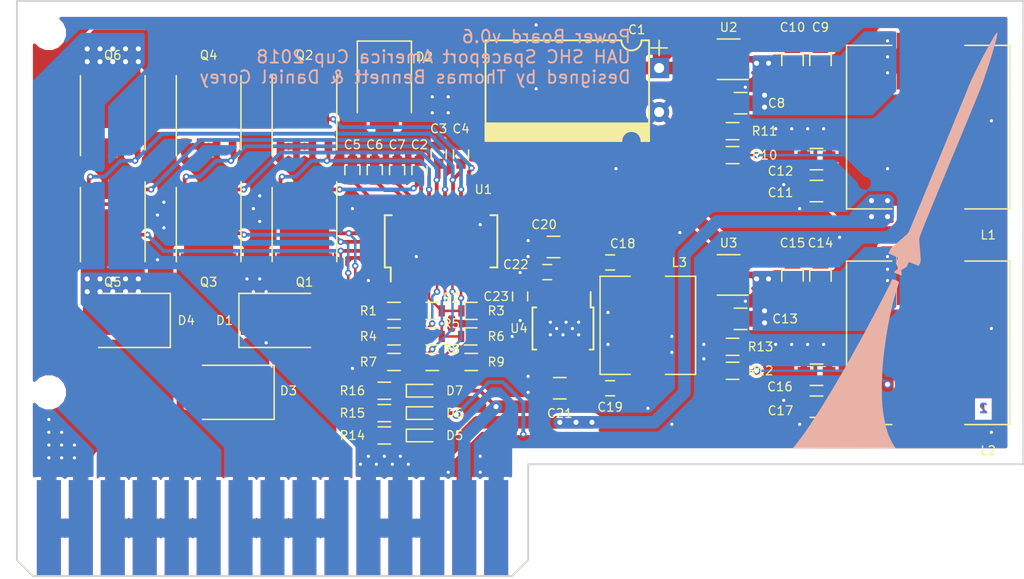
<source format=kicad_pcb>
(kicad_pcb (version 20171130) (host pcbnew "(5.0.0-rc2-dev-101-gf7ef010)")
  (layers (0 F.Cu mixed) (31 B.Cu mixed) (34 B.Paste user) (35 F.Paste user) (36 B.SilkS user) (37 F.SilkS user) (38 B.Mask user) (39 F.Mask user) (44 Edge.Cuts user))
  (net 0 "")
  (net 1 +3V3)
  (net 2 GND)
  (net 3 "Net-(C2-Pad1)")
  (net 4 "Net-(C3-Pad1)")
  (net 5 "Net-(C4-Pad1)")
  (net 6 /UMB_VCC)
  (net 7 /BAT_VCC)
  (net 8 /BAT_BAK_VCC)
  (net 9 "Net-(C8-Pad1)")
  (net 10 "Net-(C8-Pad2)")
  (net 11 "Net-(C13-Pad1)")
  (net 12 "Net-(C13-Pad2)")
  (net 13 /XBEE_VCC)
  (net 14 "Net-(C18-Pad1)")
  (net 15 "Net-(C18-Pad2)")
  (net 16 +12V)
  (net 17 "Net-(D5-Pad1)")
  (net 18 "Net-(D6-Pad1)")
  (net 19 "Net-(D7-Pad1)")
  (net 20 "Net-(Q1-Pad2)")
  (net 21 "Net-(Q3-Pad2)")
  (net 22 "Net-(Q5-Pad2)")
  (net 23 "Net-(R1-Pad1)")
  (net 24 "Net-(R2-Pad2)")
  (net 25 "Net-(R4-Pad1)")
  (net 26 "Net-(R5-Pad2)")
  (net 27 "Net-(R7-Pad1)")
  (net 28 "Net-(R8-Pad2)")
  (net 29 "Net-(R10-Pad2)")
  (net 30 "Net-(R12-Pad2)")
  (net 31 "Net-(C19-Pad2)")
  (net 32 "Net-(C19-Pad1)")
  (net 33 "Net-(C23-Pad1)")
  (net 34 /VCC_IN)
  (module Capacitors_SMD:C_0603 (layer F.Cu) (at 85.344 106.172 90)
    (fp_text reference C2 (at 2.032 0 180) (layer F.SilkS) (effects (font (size 0.7 0.7) (thickness 0.1))))
    (fp_text value "0.1 uF")
    (pad 2 smd rect (at 0.75 0 90) (size 0.8 0.75) (layers F.Cu F.Paste F.Mask) (net 2 GND))
    (pad 1 smd rect (at -0.75 0 90) (size 0.8 0.75) (layers F.Cu F.Paste F.Mask) (net 3 "Net-(C2-Pad1)"))
  )
  (module Capacitors_SMD:C_0603 (layer F.Cu) (at 86.868 104.902 90)
    (fp_text reference C3 (at 2.032 0 180) (layer F.SilkS) (effects (font (size 0.7 0.7) (thickness 0.1))))
    (fp_text value "0.1 uF")
    (pad 2 smd rect (at 0.75 0 90) (size 0.8 0.75) (layers F.Cu F.Paste F.Mask) (net 2 GND))
    (pad 1 smd rect (at -0.75 0 90) (size 0.8 0.75) (layers F.Cu F.Paste F.Mask) (net 4 "Net-(C3-Pad1)"))
  )
  (module Capacitors_SMD:C_0603 (layer F.Cu) (at 88.646 104.902 90)
    (fp_text reference C4 (at 2.032 0 180) (layer F.SilkS) (effects (font (size 0.7 0.7) (thickness 0.1))))
    (fp_text value "0.1 uF")
    (pad 2 smd rect (at 0.75 0 90) (size 0.8 0.75) (layers F.Cu F.Paste F.Mask) (net 2 GND))
    (pad 1 smd rect (at -0.75 0 90) (size 0.8 0.75) (layers F.Cu F.Paste F.Mask) (net 5 "Net-(C4-Pad1)"))
  )
  (module Capacitors_SMD:C_0603 (layer F.Cu) (at 80.01 106.172 270)
    (fp_text reference C5 (at -2.032 0) (layer F.SilkS) (effects (font (size 0.7 0.7) (thickness 0.1))))
    (fp_text value "0.1 uF")
    (pad 2 smd rect (at 0.75 0 270) (size 0.8 0.75) (layers F.Cu F.Paste F.Mask) (net 6 /UMB_VCC))
    (pad 1 smd rect (at -0.75 0 270) (size 0.8 0.75) (layers F.Cu F.Paste F.Mask) (net 2 GND))
  )
  (module Capacitors_SMD:C_0603 (layer F.Cu) (at 81.788 106.172 270)
    (fp_text reference C6 (at -2.032 0) (layer F.SilkS) (effects (font (size 0.7 0.7) (thickness 0.1))))
    (fp_text value "0.1 uF")
    (pad 2 smd rect (at 0.75 0 270) (size 0.8 0.75) (layers F.Cu F.Paste F.Mask) (net 7 /BAT_VCC))
    (pad 1 smd rect (at -0.75 0 270) (size 0.8 0.75) (layers F.Cu F.Paste F.Mask) (net 2 GND))
  )
  (module Capacitors_SMD:C_0603 (layer F.Cu) (at 83.566 106.172 270)
    (fp_text reference C7 (at -2.032 0) (layer F.SilkS) (effects (font (size 0.7 0.7) (thickness 0.1))))
    (fp_text value "0.1 uF")
    (pad 2 smd rect (at 0.75 0 270) (size 0.8 0.75) (layers F.Cu F.Paste F.Mask) (net 8 /BAT_BAK_VCC))
    (pad 1 smd rect (at -0.75 0 270) (size 0.8 0.75) (layers F.Cu F.Paste F.Mask) (net 2 GND))
  )
  (module Capacitors_SMD:C_0805 (layer F.Cu) (at 110.871 100.838)
    (fp_text reference C8 (at 2.8575 0) (layer F.SilkS) (effects (font (size 0.7 0.7) (thickness 0.1))))
    (fp_text value "0.1 uF")
    (pad 1 smd rect (at -1 0) (size 1 1.25) (layers F.Cu F.Paste F.Mask) (net 9 "Net-(C8-Pad1)"))
    (pad 2 smd rect (at 1 0) (size 1 1.25) (layers F.Cu F.Paste F.Mask) (net 10 "Net-(C8-Pad2)"))
  )
  (module Capacitors_SMD:C_0805 (layer F.Cu) (at 117.221 97.3455 270)
    (fp_text reference C9 (at -2.54 0) (layer F.SilkS) (effects (font (size 0.7 0.7) (thickness 0.1))))
    (fp_text value "15 uF")
    (pad 1 smd rect (at -1 0 270) (size 1 1.25) (layers F.Cu F.Paste F.Mask) (net 34 /VCC_IN))
    (pad 2 smd rect (at 1 0 270) (size 1 1.25) (layers F.Cu F.Paste F.Mask) (net 2 GND))
  )
  (module Capacitors_SMD:C_0805 (layer F.Cu) (at 114.9985 97.3455 270)
    (fp_text reference C10 (at -2.54 0) (layer F.SilkS) (effects (font (size 0.7 0.7) (thickness 0.1))))
    (fp_text value "15 uF")
    (pad 1 smd rect (at -1 0 270) (size 1 1.25) (layers F.Cu F.Paste F.Mask) (net 34 /VCC_IN))
    (pad 2 smd rect (at 1 0 270) (size 1 1.25) (layers F.Cu F.Paste F.Mask) (net 2 GND))
  )
  (module Capacitors_SMD:C_0805 (layer F.Cu) (at 116.9035 107.823 180)
    (fp_text reference C11 (at 2.8575 -0.127 180) (layer F.SilkS) (effects (font (size 0.7 0.7) (thickness 0.1))))
    (fp_text value "22 uF")
    (pad 1 smd rect (at -1 0 180) (size 1 1.25) (layers F.Cu F.Paste F.Mask) (net 1 +3V3))
    (pad 2 smd rect (at 1 0 180) (size 1 1.25) (layers F.Cu F.Paste F.Mask) (net 2 GND))
  )
  (module Capacitors_SMD:C_0805 (layer F.Cu) (at 116.9035 105.283 180)
    (fp_text reference C12 (at 2.8575 -0.9525 180) (layer F.SilkS) (effects (font (size 0.7 0.7) (thickness 0.1))))
    (fp_text value "22 uF")
    (pad 1 smd rect (at -1 0 180) (size 1 1.25) (layers F.Cu F.Paste F.Mask) (net 1 +3V3))
    (pad 2 smd rect (at 1 0 180) (size 1 1.25) (layers F.Cu F.Paste F.Mask) (net 2 GND))
  )
  (module Capacitors_SMD:C_0805 (layer F.Cu) (at 110.871 117.983)
    (fp_text reference C13 (at 3.54 0) (layer F.SilkS) (effects (font (size 0.7 0.7) (thickness 0.1))))
    (fp_text value "0.1 uF")
    (pad 1 smd rect (at -1 0) (size 1 1.25) (layers F.Cu F.Paste F.Mask) (net 11 "Net-(C13-Pad1)"))
    (pad 2 smd rect (at 1 0) (size 1 1.25) (layers F.Cu F.Paste F.Mask) (net 12 "Net-(C13-Pad2)"))
  )
  (module Capacitors_SMD:C_0805 (layer F.Cu) (at 117.221 114.4905 270)
    (fp_text reference C14 (at -2.54 0) (layer F.SilkS) (effects (font (size 0.7 0.7) (thickness 0.1))))
    (fp_text value "15 uF")
    (pad 1 smd rect (at -1 0 270) (size 1 1.25) (layers F.Cu F.Paste F.Mask) (net 34 /VCC_IN))
    (pad 2 smd rect (at 1 0 270) (size 1 1.25) (layers F.Cu F.Paste F.Mask) (net 2 GND))
  )
  (module Capacitors_SMD:C_0805 (layer F.Cu) (at 114.9985 114.4905 270)
    (fp_text reference C15 (at -2.54 0) (layer F.SilkS) (effects (font (size 0.7 0.7) (thickness 0.1))))
    (fp_text value "15 uF")
    (pad 1 smd rect (at -1 0 270) (size 1 1.25) (layers F.Cu F.Paste F.Mask) (net 34 /VCC_IN))
    (pad 2 smd rect (at 1 0 270) (size 1 1.25) (layers F.Cu F.Paste F.Mask) (net 2 GND))
  )
  (module Capacitors_SMD:C_0805 (layer F.Cu) (at 116.9035 122.428 180)
    (fp_text reference C16 (at 2.905 -0.9525 180) (layer F.SilkS) (effects (font (size 0.7 0.7) (thickness 0.1))))
    (fp_text value "22 uF")
    (pad 1 smd rect (at -1 0 180) (size 1 1.25) (layers F.Cu F.Paste F.Mask) (net 13 /XBEE_VCC))
    (pad 2 smd rect (at 1 0 180) (size 1 1.25) (layers F.Cu F.Paste F.Mask) (net 2 GND))
  )
  (module Capacitors_SMD:C_0805 (layer F.Cu) (at 116.9035 124.968 180)
    (fp_text reference C17 (at 2.8575 -0.3175 180) (layer F.SilkS) (effects (font (size 0.7 0.7) (thickness 0.1))))
    (fp_text value "22 uF")
    (pad 1 smd rect (at -1 0 180) (size 1 1.25) (layers F.Cu F.Paste F.Mask) (net 13 /XBEE_VCC))
    (pad 2 smd rect (at 1 0 180) (size 1 1.25) (layers F.Cu F.Paste F.Mask) (net 2 GND))
  )
  (module Capacitors_SMD:C_0805 (layer F.Cu) (at 96.5 123.5 180)
    (fp_text reference C21 (at 0 -2 180) (layer F.SilkS) (effects (font (size 0.7 0.7) (thickness 0.1))))
    (fp_text value "22 uF")
    (pad 1 smd rect (at -1 0 180) (size 1 1.25) (layers F.Cu F.Paste F.Mask) (net 16 +12V))
    (pad 2 smd rect (at 1 0 180) (size 1 1.25) (layers F.Cu F.Paste F.Mask) (net 2 GND))
  )
  (module Diodes_SMD:D_SMB (layer F.Cu) (at 74.54 118.11)
    (fp_text reference D1 (at -4.69 0) (layer F.SilkS) (effects (font (size 0.7 0.7) (thickness 0.1))))
    (fp_text value SMBJ26CA)
    (pad 1 smd rect (at -2.15 0) (size 2.5 2.3) (layers F.Cu F.Paste F.Mask) (net 2 GND))
    (pad 2 smd rect (at 2.15 0) (size 2.5 2.3) (layers F.Cu F.Paste F.Mask) (net 6 /UMB_VCC) (thermal_gap 0.26))
  )
  (module Diodes_SMD:D_SMB (layer F.Cu) (at 82.55 99.45 270)
    (fp_text reference D2 (at -2.295 -3.175) (layer F.SilkS) (effects (font (size 0.7 0.7) (thickness 0.1))))
    (fp_text value SMBJ26A)
    (pad 1 smd rect (at -2.15 0 270) (size 2.5 2.3) (layers F.Cu F.Paste F.Mask) (net 34 /VCC_IN))
    (pad 2 smd rect (at 2.15 0 270) (size 2.5 2.3) (layers F.Cu F.Paste F.Mask) (net 2 GND))
  )
  (module Diodes_SMD:D_SMB (layer F.Cu) (at 70.24 123.825 180)
    (fp_text reference D3 (at -4.69 0.127 180) (layer F.SilkS) (effects (font (size 0.7 0.7) (thickness 0.1))))
    (fp_text value SMBJ26CA)
    (pad 1 smd rect (at -2.15 0 180) (size 2.5 2.3) (layers F.Cu F.Paste F.Mask) (net 2 GND))
    (pad 2 smd rect (at 2.15 0 180) (size 2.5 2.3) (layers F.Cu F.Paste F.Mask) (net 7 /BAT_VCC) (thermal_gap 0.26))
  )
  (module Diodes_SMD:D_SMB (layer F.Cu) (at 61.985 118.11 180)
    (fp_text reference D4 (at -4.817 0 180) (layer F.SilkS) (effects (font (size 0.7 0.7) (thickness 0.1))))
    (fp_text value SMBJ26CA)
    (pad 1 smd rect (at -2.15 0 180) (size 2.5 2.3) (layers F.Cu F.Paste F.Mask) (net 2 GND))
    (pad 2 smd rect (at 2.15 0 180) (size 2.5 2.3) (layers F.Cu F.Paste F.Mask) (net 8 /BAT_BAK_VCC))
  )
  (module LEDs:LED_0603 (layer F.Cu) (at 85.598 125.476)
    (fp_text reference D6 (at 2.54 0) (layer F.SilkS) (effects (font (size 0.7 0.7) (thickness 0.1))))
    (fp_text value LED_R)
    (pad 2 smd rect (at 0.8 0 180) (size 0.8 0.8) (layers F.Cu F.Paste F.Mask) (net 13 /XBEE_VCC))
    (pad 1 smd rect (at -0.8 0 180) (size 0.8 0.8) (layers F.Cu F.Paste F.Mask) (net 18 "Net-(D6-Pad1)"))
  )
  (module LEDs:LED_0603 (layer F.Cu) (at 85.598 123.698)
    (fp_text reference D7 (at 2.54 0) (layer F.SilkS) (effects (font (size 0.7 0.7) (thickness 0.1))))
    (fp_text value LED_R)
    (pad 2 smd rect (at 0.8 0 180) (size 0.8 0.8) (layers F.Cu F.Paste F.Mask) (net 16 +12V))
    (pad 1 smd rect (at -0.8 0 180) (size 0.8 0.8) (layers F.Cu F.Paste F.Mask) (net 19 "Net-(D7-Pad1)"))
  )
  (module Inductors_SMD:L_Wuerth_HCI-1365 (layer F.Cu) (at 125.7935 102.743 270)
    (fp_text reference L1 (at 8.5725 -4.7625) (layer F.SilkS) (effects (font (size 0.7 0.7) (thickness 0.1))))
    (fp_text value "18 uH")
    (pad 1 smd rect (at -5.25 0 270) (size 4.5 5) (layers F.Cu F.Paste F.Mask) (net 10 "Net-(C8-Pad2)"))
    (pad 2 smd rect (at 5.25 0 270) (size 4.5 5) (layers F.Cu F.Paste F.Mask) (net 1 +3V3))
  )
  (module Inductors_SMD:L_Wuerth_HCI-1365 (layer F.Cu) (at 125.7935 119.888 270)
    (fp_text reference L2 (at 8.5725 -4.7625) (layer F.SilkS) (effects (font (size 0.7 0.7) (thickness 0.1))))
    (fp_text value "18 uH")
    (pad 1 smd rect (at -5.25 0 270) (size 4.5 5) (layers F.Cu F.Paste F.Mask) (net 12 "Net-(C13-Pad2)"))
    (pad 2 smd rect (at 5.25 0 270) (size 4.5 5) (layers F.Cu F.Paste F.Mask) (net 13 /XBEE_VCC))
  )
  (module "Custom Footprints:PowerPAK_SO-8" (layer F.Cu) (at 76.2 110.49 270)
    (fp_text reference Q1 (at 4.572 0) (layer F.SilkS) (effects (font (size 0.7 0.7) (thickness 0.1))))
    (fp_text value SI7135DP)
    (pad 3 smd rect (at -2.67 -1.905 270) (size 1.27 0.61) (layers F.Cu F.Paste F.Mask) (net 3 "Net-(C2-Pad1)"))
    (pad 3 smd rect (at -2.67 -0.635 270) (size 1.27 0.61) (layers F.Cu F.Paste F.Mask) (net 3 "Net-(C2-Pad1)"))
    (pad 3 smd rect (at -2.67 0.635 270) (size 1.27 0.61) (layers F.Cu F.Paste F.Mask) (net 3 "Net-(C2-Pad1)"))
    (pad 2 smd rect (at -2.67 1.905 270) (size 1.27 0.61) (layers F.Cu F.Paste F.Mask) (net 20 "Net-(Q1-Pad2)"))
    (pad 1 smd rect (at 2.795 1.905 270) (size 1.02 0.61) (layers F.Cu F.Paste F.Mask) (net 6 /UMB_VCC))
    (pad 1 smd rect (at 2.795 0.635 270) (size 1.02 0.61) (layers F.Cu F.Paste F.Mask) (net 6 /UMB_VCC))
    (pad 1 smd rect (at 2.795 -0.635 270) (size 1.02 0.61) (layers F.Cu F.Paste F.Mask) (net 6 /UMB_VCC))
    (pad 1 smd rect (at 2.795 -1.905 270) (size 1.02 0.61) (layers F.Cu F.Paste F.Mask) (net 6 /UMB_VCC))
    (pad 1 smd rect (at 0.69 0 270) (size 3.81 3.91) (layers F.Cu F.Paste F.Mask) (net 6 /UMB_VCC))
  )
  (module "Custom Footprints:PowerPAK_SO-8" (layer F.Cu) (at 76.2 101.6 90)
    (fp_text reference Q2 (at 4.572 0 180) (layer F.SilkS) (effects (font (size 0.7 0.7) (thickness 0.1))))
    (fp_text value SI7135DP)
    (pad 3 smd rect (at -2.67 -1.905 90) (size 1.27 0.61) (layers F.Cu F.Paste F.Mask) (net 3 "Net-(C2-Pad1)"))
    (pad 3 smd rect (at -2.67 -0.635 90) (size 1.27 0.61) (layers F.Cu F.Paste F.Mask) (net 3 "Net-(C2-Pad1)"))
    (pad 3 smd rect (at -2.67 0.635 90) (size 1.27 0.61) (layers F.Cu F.Paste F.Mask) (net 3 "Net-(C2-Pad1)"))
    (pad 2 smd rect (at -2.67 1.905 90) (size 1.27 0.61) (layers F.Cu F.Paste F.Mask) (net 20 "Net-(Q1-Pad2)"))
    (pad 1 smd rect (at 2.795 1.905 90) (size 1.02 0.61) (layers F.Cu F.Paste F.Mask) (net 34 /VCC_IN))
    (pad 1 smd rect (at 2.795 0.635 90) (size 1.02 0.61) (layers F.Cu F.Paste F.Mask) (net 34 /VCC_IN))
    (pad 1 smd rect (at 2.795 -0.635 90) (size 1.02 0.61) (layers F.Cu F.Paste F.Mask) (net 34 /VCC_IN))
    (pad 1 smd rect (at 2.795 -1.905 90) (size 1.02 0.61) (layers F.Cu F.Paste F.Mask) (net 34 /VCC_IN))
    (pad 1 smd rect (at 0.69 0 90) (size 3.81 3.91) (layers F.Cu F.Paste F.Mask) (net 34 /VCC_IN))
  )
  (module "Custom Footprints:PowerPAK_SO-8" (layer F.Cu) (at 68.58 110.49 270)
    (fp_text reference Q3 (at 4.572 0) (layer F.SilkS) (effects (font (size 0.7 0.7) (thickness 0.1))))
    (fp_text value SI7135DP)
    (pad 3 smd rect (at -2.67 -1.905 270) (size 1.27 0.61) (layers F.Cu F.Paste F.Mask) (net 4 "Net-(C3-Pad1)"))
    (pad 3 smd rect (at -2.67 -0.635 270) (size 1.27 0.61) (layers F.Cu F.Paste F.Mask) (net 4 "Net-(C3-Pad1)"))
    (pad 3 smd rect (at -2.67 0.635 270) (size 1.27 0.61) (layers F.Cu F.Paste F.Mask) (net 4 "Net-(C3-Pad1)"))
    (pad 2 smd rect (at -2.67 1.905 270) (size 1.27 0.61) (layers F.Cu F.Paste F.Mask) (net 21 "Net-(Q3-Pad2)"))
    (pad 1 smd rect (at 2.795 1.905 270) (size 1.02 0.61) (layers F.Cu F.Paste F.Mask) (net 7 /BAT_VCC))
    (pad 1 smd rect (at 2.795 0.635 270) (size 1.02 0.61) (layers F.Cu F.Paste F.Mask) (net 7 /BAT_VCC))
    (pad 1 smd rect (at 2.795 -0.635 270) (size 1.02 0.61) (layers F.Cu F.Paste F.Mask) (net 7 /BAT_VCC))
    (pad 1 smd rect (at 2.795 -1.905 270) (size 1.02 0.61) (layers F.Cu F.Paste F.Mask) (net 7 /BAT_VCC))
    (pad 1 smd rect (at 0.69 0 270) (size 3.81 3.91) (layers F.Cu F.Paste F.Mask) (net 7 /BAT_VCC))
  )
  (module "Custom Footprints:PowerPAK_SO-8" (layer F.Cu) (at 68.58 101.6 90)
    (fp_text reference Q4 (at 4.572 0 180) (layer F.SilkS) (effects (font (size 0.7 0.7) (thickness 0.1))))
    (fp_text value SI7135DP)
    (pad 3 smd rect (at -2.67 -1.905 90) (size 1.27 0.61) (layers F.Cu F.Paste F.Mask) (net 4 "Net-(C3-Pad1)"))
    (pad 3 smd rect (at -2.67 -0.635 90) (size 1.27 0.61) (layers F.Cu F.Paste F.Mask) (net 4 "Net-(C3-Pad1)"))
    (pad 3 smd rect (at -2.67 0.635 90) (size 1.27 0.61) (layers F.Cu F.Paste F.Mask) (net 4 "Net-(C3-Pad1)"))
    (pad 2 smd rect (at -2.67 1.905 90) (size 1.27 0.61) (layers F.Cu F.Paste F.Mask) (net 21 "Net-(Q3-Pad2)"))
    (pad 1 smd rect (at 2.795 1.905 90) (size 1.02 0.61) (layers F.Cu F.Paste F.Mask) (net 34 /VCC_IN))
    (pad 1 smd rect (at 2.795 0.635 90) (size 1.02 0.61) (layers F.Cu F.Paste F.Mask) (net 34 /VCC_IN))
    (pad 1 smd rect (at 2.795 -0.635 90) (size 1.02 0.61) (layers F.Cu F.Paste F.Mask) (net 34 /VCC_IN))
    (pad 1 smd rect (at 2.795 -1.905 90) (size 1.02 0.61) (layers F.Cu F.Paste F.Mask) (net 34 /VCC_IN))
    (pad 1 smd rect (at 0.69 0 90) (size 3.81 3.91) (layers F.Cu F.Paste F.Mask) (net 34 /VCC_IN))
  )
  (module "Custom Footprints:PowerPAK_SO-8" (layer F.Cu) (at 60.96 110.49 270)
    (fp_text reference Q5 (at 4.572 0) (layer F.SilkS) (effects (font (size 0.7 0.7) (thickness 0.1))))
    (fp_text value SI7135DP)
    (pad 3 smd rect (at -2.67 -1.905 270) (size 1.27 0.61) (layers F.Cu F.Paste F.Mask) (net 5 "Net-(C4-Pad1)"))
    (pad 3 smd rect (at -2.67 -0.635 270) (size 1.27 0.61) (layers F.Cu F.Paste F.Mask) (net 5 "Net-(C4-Pad1)"))
    (pad 3 smd rect (at -2.67 0.635 270) (size 1.27 0.61) (layers F.Cu F.Paste F.Mask) (net 5 "Net-(C4-Pad1)"))
    (pad 2 smd rect (at -2.67 1.905 270) (size 1.27 0.61) (layers F.Cu F.Paste F.Mask) (net 22 "Net-(Q5-Pad2)"))
    (pad 1 smd rect (at 2.795 1.905 270) (size 1.02 0.61) (layers F.Cu F.Paste F.Mask) (net 8 /BAT_BAK_VCC))
    (pad 1 smd rect (at 2.795 0.635 270) (size 1.02 0.61) (layers F.Cu F.Paste F.Mask) (net 8 /BAT_BAK_VCC))
    (pad 1 smd rect (at 2.795 -0.635 270) (size 1.02 0.61) (layers F.Cu F.Paste F.Mask) (net 8 /BAT_BAK_VCC))
    (pad 1 smd rect (at 2.795 -1.905 270) (size 1.02 0.61) (layers F.Cu F.Paste F.Mask) (net 8 /BAT_BAK_VCC))
    (pad 1 smd rect (at 0.69 0 270) (size 3.81 3.91) (layers F.Cu F.Paste F.Mask) (net 8 /BAT_BAK_VCC))
  )
  (module "Custom Footprints:PowerPAK_SO-8" (layer F.Cu) (at 60.96 101.6 90)
    (fp_text reference Q6 (at 4.572 0 180) (layer F.SilkS) (effects (font (size 0.7 0.7) (thickness 0.1))))
    (fp_text value SI7135DP)
    (pad 3 smd rect (at -2.67 -1.905 90) (size 1.27 0.61) (layers F.Cu F.Paste F.Mask) (net 5 "Net-(C4-Pad1)"))
    (pad 3 smd rect (at -2.67 -0.635 90) (size 1.27 0.61) (layers F.Cu F.Paste F.Mask) (net 5 "Net-(C4-Pad1)"))
    (pad 3 smd rect (at -2.67 0.635 90) (size 1.27 0.61) (layers F.Cu F.Paste F.Mask) (net 5 "Net-(C4-Pad1)"))
    (pad 2 smd rect (at -2.67 1.905 90) (size 1.27 0.61) (layers F.Cu F.Paste F.Mask) (net 22 "Net-(Q5-Pad2)"))
    (pad 1 smd rect (at 2.795 1.905 90) (size 1.02 0.61) (layers F.Cu F.Paste F.Mask) (net 34 /VCC_IN))
    (pad 1 smd rect (at 2.795 0.635 90) (size 1.02 0.61) (layers F.Cu F.Paste F.Mask) (net 34 /VCC_IN))
    (pad 1 smd rect (at 2.795 -0.635 90) (size 1.02 0.61) (layers F.Cu F.Paste F.Mask) (net 34 /VCC_IN))
    (pad 1 smd rect (at 2.795 -1.905 90) (size 1.02 0.61) (layers F.Cu F.Paste F.Mask) (net 34 /VCC_IN))
    (pad 1 smd rect (at 0.69 0 90) (size 3.81 3.91) (layers F.Cu F.Paste F.Mask) (net 34 /VCC_IN))
  )
  (module Resistors_SMD:R_0603 (layer F.Cu) (at 83.312 117.348 180)
    (fp_text reference R1 (at 2.032 0 180) (layer F.SilkS) (effects (font (size 0.7 0.7) (thickness 0.1))))
    (fp_text value "82.5 kΩ")
    (pad 1 smd rect (at -0.75 0 180) (size 0.5 0.9) (layers F.Cu F.Paste F.Mask) (net 23 "Net-(R1-Pad1)"))
    (pad 2 smd rect (at 0.75 0 180) (size 0.5 0.9) (layers F.Cu F.Paste F.Mask) (net 6 /UMB_VCC))
  )
  (module Resistors_SMD:R_0603 (layer F.Cu) (at 86.36 117.348)
    (fp_text reference R2 (at 1.524 -1.016) (layer F.SilkS) (effects (font (size 0.7 0.7) (thickness 0.1))))
    (fp_text value "5.49 kΩ")
    (pad 1 smd rect (at -0.75 0) (size 0.5 0.9) (layers F.Cu F.Paste F.Mask) (net 23 "Net-(R1-Pad1)"))
    (pad 2 smd rect (at 0.75 0) (size 0.5 0.9) (layers F.Cu F.Paste F.Mask) (net 24 "Net-(R2-Pad2)"))
  )
  (module Resistors_SMD:R_0603 (layer F.Cu) (at 89.43 117.348 180)
    (fp_text reference R3 (at -2.01 0 180) (layer F.SilkS) (effects (font (size 0.7 0.7) (thickness 0.1))))
    (fp_text value "11 kΩ")
    (pad 1 smd rect (at -0.75 0 180) (size 0.5 0.9) (layers F.Cu F.Paste F.Mask) (net 2 GND))
    (pad 2 smd rect (at 0.75 0 180) (size 0.5 0.9) (layers F.Cu F.Paste F.Mask) (net 24 "Net-(R2-Pad2)"))
  )
  (module Resistors_SMD:R_0603 (layer F.Cu) (at 83.312 119.38 180)
    (fp_text reference R4 (at 2.032 0 180) (layer F.SilkS) (effects (font (size 0.7 0.7) (thickness 0.1))))
    (fp_text value "82.5 kΩ")
    (pad 1 smd rect (at -0.75 0 180) (size 0.5 0.9) (layers F.Cu F.Paste F.Mask) (net 25 "Net-(R4-Pad1)"))
    (pad 2 smd rect (at 0.75 0 180) (size 0.5 0.9) (layers F.Cu F.Paste F.Mask) (net 7 /BAT_VCC))
  )
  (module Resistors_SMD:R_0603 (layer F.Cu) (at 86.36 119.38)
    (fp_text reference R5 (at 1.524 -1.016) (layer F.SilkS) (effects (font (size 0.7 0.7) (thickness 0.1))))
    (fp_text value "5.49 kΩ")
    (pad 1 smd rect (at -0.75 0) (size 0.5 0.9) (layers F.Cu F.Paste F.Mask) (net 25 "Net-(R4-Pad1)"))
    (pad 2 smd rect (at 0.75 0) (size 0.5 0.9) (layers F.Cu F.Paste F.Mask) (net 26 "Net-(R5-Pad2)"))
  )
  (module Resistors_SMD:R_0603 (layer F.Cu) (at 89.408 119.38 180)
    (fp_text reference R6 (at -2.032 0 180) (layer F.SilkS) (effects (font (size 0.7 0.7) (thickness 0.1))))
    (fp_text value "11 kΩ")
    (pad 1 smd rect (at -0.75 0 180) (size 0.5 0.9) (layers F.Cu F.Paste F.Mask) (net 2 GND))
    (pad 2 smd rect (at 0.75 0 180) (size 0.5 0.9) (layers F.Cu F.Paste F.Mask) (net 26 "Net-(R5-Pad2)"))
  )
  (module Resistors_SMD:R_0603 (layer F.Cu) (at 83.312 121.412 180)
    (fp_text reference R7 (at 2.032 0 180) (layer F.SilkS) (effects (font (size 0.7 0.7) (thickness 0.1))))
    (fp_text value "82.5 kΩ")
    (pad 1 smd rect (at -0.75 0 180) (size 0.5 0.9) (layers F.Cu F.Paste F.Mask) (net 27 "Net-(R7-Pad1)"))
    (pad 2 smd rect (at 0.75 0 180) (size 0.5 0.9) (layers F.Cu F.Paste F.Mask) (net 8 /BAT_BAK_VCC))
  )
  (module Resistors_SMD:R_0603 (layer F.Cu) (at 86.36 121.412)
    (fp_text reference R8 (at 1.524 -1.016) (layer F.SilkS) (effects (font (size 0.7 0.7) (thickness 0.1))))
    (fp_text value "5.49 kΩ")
    (pad 1 smd rect (at -0.75 0) (size 0.5 0.9) (layers F.Cu F.Paste F.Mask) (net 27 "Net-(R7-Pad1)"))
    (pad 2 smd rect (at 0.75 0) (size 0.5 0.9) (layers F.Cu F.Paste F.Mask) (net 28 "Net-(R8-Pad2)"))
  )
  (module Resistors_SMD:R_0603 (layer F.Cu) (at 89.46 121.412 180)
    (fp_text reference R9 (at -1.98 0 180) (layer F.SilkS) (effects (font (size 0.7 0.7) (thickness 0.1))))
    (fp_text value "11 kΩ")
    (pad 1 smd rect (at -0.75 0 180) (size 0.5 0.9) (layers F.Cu F.Paste F.Mask) (net 2 GND))
    (pad 2 smd rect (at 0.75 0 180) (size 0.5 0.9) (layers F.Cu F.Paste F.Mask) (net 28 "Net-(R8-Pad2)"))
  )
  (module Resistors_SMD:R_0603 (layer F.Cu) (at 110.236 104.9655 180)
    (fp_text reference R10 (at -2.54 0 180) (layer F.SilkS) (effects (font (size 0.7 0.7) (thickness 0.1))))
    (fp_text value "100 kΩ")
    (pad 1 smd rect (at -0.75 0 180) (size 0.5 0.9) (layers F.Cu F.Paste F.Mask) (net 1 +3V3))
    (pad 2 smd rect (at 0.75 0 180) (size 0.5 0.9) (layers F.Cu F.Paste F.Mask) (net 29 "Net-(R10-Pad2)"))
  )
  (module Resistors_SMD:R_0603 (layer F.Cu) (at 110.236 103.0605)
    (fp_text reference R11 (at 2.54 0) (layer F.SilkS) (effects (font (size 0.7 0.7) (thickness 0.1))))
    (fp_text value "22 kΩ")
    (pad 1 smd rect (at -0.75 0) (size 0.5 0.9) (layers F.Cu F.Paste F.Mask) (net 29 "Net-(R10-Pad2)"))
    (pad 2 smd rect (at 0.75 0) (size 0.5 0.9) (layers F.Cu F.Paste F.Mask) (net 2 GND))
  )
  (module Resistors_SMD:R_0603 (layer F.Cu) (at 110.236 122.1105 180)
    (fp_text reference R12 (at -2.2225 0 180) (layer F.SilkS) (effects (font (size 0.7 0.7) (thickness 0.1))))
    (fp_text value "100 kΩ")
    (pad 1 smd rect (at -0.75 0 180) (size 0.5 0.9) (layers F.Cu F.Paste F.Mask) (net 13 /XBEE_VCC))
    (pad 2 smd rect (at 0.75 0 180) (size 0.5 0.9) (layers F.Cu F.Paste F.Mask) (net 30 "Net-(R12-Pad2)"))
  )
  (module Resistors_SMD:R_0603 (layer F.Cu) (at 110.236 120.2055)
    (fp_text reference R13 (at 2.2225 0) (layer F.SilkS) (effects (font (size 0.7 0.7) (thickness 0.1))))
    (fp_text value "22 kΩ")
    (pad 1 smd rect (at -0.75 0) (size 0.5 0.9) (layers F.Cu F.Paste F.Mask) (net 30 "Net-(R12-Pad2)"))
    (pad 2 smd rect (at 0.75 0) (size 0.5 0.9) (layers F.Cu F.Paste F.Mask) (net 2 GND))
  )
  (module Resistors_SMD:R_0603 (layer F.Cu) (at 82.55 127.254 180)
    (fp_text reference R14 (at 2.54 0) (layer F.SilkS) (effects (font (size 0.7 0.7) (thickness 0.1))))
    (fp_text value "100 Ω")
    (pad 1 smd rect (at -0.75 0 180) (size 0.5 0.9) (layers F.Cu F.Paste F.Mask) (net 17 "Net-(D5-Pad1)"))
    (pad 2 smd rect (at 0.75 0 180) (size 0.5 0.9) (layers F.Cu F.Paste F.Mask) (net 2 GND))
  )
  (module Resistors_SMD:R_0603 (layer F.Cu) (at 82.55 125.476 180)
    (fp_text reference R15 (at 2.54 0) (layer F.SilkS) (effects (font (size 0.7 0.7) (thickness 0.1))))
    (fp_text value "100 Ω")
    (pad 1 smd rect (at -0.75 0 180) (size 0.5 0.9) (layers F.Cu F.Paste F.Mask) (net 18 "Net-(D6-Pad1)"))
    (pad 2 smd rect (at 0.75 0 180) (size 0.5 0.9) (layers F.Cu F.Paste F.Mask) (net 2 GND))
  )
  (module Resistors_SMD:R_0603 (layer F.Cu) (at 82.55 123.698 180)
    (fp_text reference R16 (at 2.54 0) (layer F.SilkS) (effects (font (size 0.7 0.7) (thickness 0.1))))
    (fp_text value "470 Ω")
    (pad 1 smd rect (at -0.75 0 180) (size 0.5 0.9) (layers F.Cu F.Paste F.Mask) (net 19 "Net-(D7-Pad1)"))
    (pad 2 smd rect (at 0.75 0 180) (size 0.5 0.9) (layers F.Cu F.Paste F.Mask) (net 2 GND))
  )
  (module Housings_SSOP:SSOP-24_3.9x8.7mm_Pitch0.635mm (layer F.Cu) (at 87.0585 111.82 90)
    (fp_text reference U1 (at 4.124 3.3655 180) (layer F.SilkS) (effects (font (size 0.7 0.7) (thickness 0.1))))
    (fp_text value LTC4417CGN)
    (pad 1 smd rect (at -2.6 -3.4925 90) (size 1.2 0.4) (layers F.Cu F.Paste F.Mask))
    (pad 2 smd rect (at -2.6 -2.8575 90) (size 1.2 0.4) (layers F.Cu F.Paste F.Mask))
    (pad 3 smd rect (at -2.6 -2.2225 90) (size 1.2 0.4) (layers F.Cu F.Paste F.Mask) (net 2 GND))
    (pad 4 smd rect (at -2.6 -1.5875 90) (size 1.2 0.4) (layers F.Cu F.Paste F.Mask) (net 23 "Net-(R1-Pad1)"))
    (pad 5 smd rect (at -2.6 -0.9525 90) (size 1.2 0.4) (layers F.Cu F.Paste F.Mask) (net 24 "Net-(R2-Pad2)"))
    (pad 6 smd rect (at -2.6 -0.3175 90) (size 1.2 0.4) (layers F.Cu F.Paste F.Mask) (net 25 "Net-(R4-Pad1)"))
    (pad 7 smd rect (at -2.6 0.3175 90) (size 1.2 0.4) (layers F.Cu F.Paste F.Mask) (net 26 "Net-(R5-Pad2)"))
    (pad 8 smd rect (at -2.6 0.9525 90) (size 1.2 0.4) (layers F.Cu F.Paste F.Mask) (net 27 "Net-(R7-Pad1)"))
    (pad 9 smd rect (at -2.6 1.5875 90) (size 1.2 0.4) (layers F.Cu F.Paste F.Mask) (net 28 "Net-(R8-Pad2)"))
    (pad 10 smd rect (at -2.6 2.2225 90) (size 1.2 0.4) (layers F.Cu F.Paste F.Mask))
    (pad 11 smd rect (at -2.6 2.8575 90) (size 1.2 0.4) (layers F.Cu F.Paste F.Mask))
    (pad 12 smd rect (at -2.6 3.4925 90) (size 1.2 0.4) (layers F.Cu F.Paste F.Mask))
    (pad 13 smd rect (at 2.6 3.4925 90) (size 1.2 0.4) (layers F.Cu F.Paste F.Mask) (net 2 GND))
    (pad 14 smd rect (at 2.6 2.8575 90) (size 1.2 0.4) (layers F.Cu F.Paste F.Mask))
    (pad 15 smd rect (at 2.6 2.2225 90) (size 1.2 0.4) (layers F.Cu F.Paste F.Mask) (net 34 /VCC_IN))
    (pad 16 smd rect (at 2.6 1.5875 90) (size 1.2 0.4) (layers F.Cu F.Paste F.Mask) (net 22 "Net-(Q5-Pad2)"))
    (pad 17 smd rect (at 2.6 0.9525 90) (size 1.2 0.4) (layers F.Cu F.Paste F.Mask) (net 5 "Net-(C4-Pad1)"))
    (pad 18 smd rect (at 2.6 0.3175 90) (size 1.2 0.4) (layers F.Cu F.Paste F.Mask) (net 21 "Net-(Q3-Pad2)"))
    (pad 19 smd rect (at 2.6 -0.3175 90) (size 1.2 0.4) (layers F.Cu F.Paste F.Mask) (net 4 "Net-(C3-Pad1)"))
    (pad 20 smd rect (at 2.6 -0.9525 90) (size 1.2 0.4) (layers F.Cu F.Paste F.Mask) (net 20 "Net-(Q1-Pad2)"))
    (pad 21 smd rect (at 2.6 -1.5875 90) (size 1.2 0.4) (layers F.Cu F.Paste F.Mask) (net 3 "Net-(C2-Pad1)"))
    (pad 22 smd rect (at 2.6 -2.2225 90) (size 1.2 0.4) (layers F.Cu F.Paste F.Mask) (net 8 /BAT_BAK_VCC))
    (pad 23 smd rect (at 2.6 -2.8575 90) (size 1.2 0.4) (layers F.Cu F.Paste F.Mask) (net 7 /BAT_VCC))
    (pad 24 smd rect (at 2.6 -3.4925 90) (size 1.2 0.4) (layers F.Cu F.Paste F.Mask) (net 6 /UMB_VCC))
  )
  (module TO_SOT_Packages_SMD:SOT-23-6 (layer F.Cu) (at 109.9185 97.3455 180)
    (fp_text reference U2 (at 0 2.54 180) (layer F.SilkS) (effects (font (size 0.7 0.7) (thickness 0.1))))
    (fp_text value TPS54308DDC)
    (pad 1 smd rect (at -1.1 -0.95 180) (size 1.06 0.65) (layers F.Cu F.Paste F.Mask) (net 2 GND))
    (pad 2 smd rect (at -1.1 0 180) (size 1.06 0.65) (layers F.Cu F.Paste F.Mask) (net 10 "Net-(C8-Pad2)"))
    (pad 3 smd rect (at -1.1 0.95 180) (size 1.06 0.65) (layers F.Cu F.Paste F.Mask) (net 34 /VCC_IN))
    (pad 4 smd rect (at 1.1 0.95 180) (size 1.06 0.65) (layers F.Cu F.Paste F.Mask) (net 29 "Net-(R10-Pad2)"))
    (pad 6 smd rect (at 1.1 -0.95 180) (size 1.06 0.65) (layers F.Cu F.Paste F.Mask) (net 9 "Net-(C8-Pad1)"))
    (pad 5 smd rect (at 1.1 0 180) (size 1.06 0.65) (layers F.Cu F.Paste F.Mask))
  )
  (module TO_SOT_Packages_SMD:SOT-23-6 (layer F.Cu) (at 109.9185 114.4905 180)
    (fp_text reference U3 (at 0 2.54 180) (layer F.SilkS) (effects (font (size 0.7 0.7) (thickness 0.1))))
    (fp_text value TPS54308DDC)
    (pad 1 smd rect (at -1.1 -0.95 180) (size 1.06 0.65) (layers F.Cu F.Paste F.Mask) (net 2 GND))
    (pad 2 smd rect (at -1.1 0 180) (size 1.06 0.65) (layers F.Cu F.Paste F.Mask) (net 12 "Net-(C13-Pad2)"))
    (pad 3 smd rect (at -1.1 0.95 180) (size 1.06 0.65) (layers F.Cu F.Paste F.Mask) (net 34 /VCC_IN))
    (pad 4 smd rect (at 1.1 0.95 180) (size 1.06 0.65) (layers F.Cu F.Paste F.Mask) (net 30 "Net-(R12-Pad2)"))
    (pad 6 smd rect (at 1.1 -0.95 180) (size 1.06 0.65) (layers F.Cu F.Paste F.Mask) (net 11 "Net-(C13-Pad1)"))
    (pad 5 smd rect (at 1.1 0 180) (size 1.06 0.65) (layers F.Cu F.Paste F.Mask))
  )
  (module LEDs:LED_0603 (layer F.Cu) (at 85.598 127.254)
    (fp_text reference D5 (at 2.54 0) (layer F.SilkS) (effects (font (size 0.7 0.7) (thickness 0.1))))
    (fp_text value LED_R)
    (pad 2 smd rect (at 0.8 0 180) (size 0.8 0.8) (layers F.Cu F.Paste F.Mask) (net 1 +3V3))
    (pad 1 smd rect (at -0.8 0 180) (size 0.8 0.8) (layers F.Cu F.Paste F.Mask) (net 17 "Net-(D5-Pad1)"))
  )
  (module "Custom Footprints:CONN_CARD_02x15_MALE" (layer F.Cu) (at 67.31 138.43)
    (fp_text reference J1 hide)
    (fp_text value Conn_02x15_Counter_Clockwise)
    (pad 1 connect rect (at -11.43 -3.81) (size 1.905 7.62) (layers F.Cu F.Mask) (net 2 GND))
    (pad 2 connect rect (at -8.89 -3.81) (size 1.905 7.62) (layers F.Cu F.Mask) (net 2 GND))
    (pad 3 connect rect (at -6.35 -3.81) (size 1.905 7.62) (layers F.Cu F.Mask) (net 7 /BAT_VCC) (thermal_gap 0.26))
    (pad 4 connect rect (at -3.81 -3.81) (size 1.905 7.62) (layers F.Cu F.Mask) (net 7 /BAT_VCC) (thermal_gap 0.26))
    (pad 5 connect rect (at -1.27 -3.81) (size 1.905 7.62) (layers F.Cu F.Mask) (net 7 /BAT_VCC) (thermal_gap 0.26))
    (pad 6 connect rect (at 1.27 -3.81) (size 1.905 7.62) (layers F.Cu F.Mask) (net 7 /BAT_VCC) (thermal_gap 0.26))
    (pad 7 connect rect (at 3.81 -3.81) (size 1.905 7.62) (layers F.Cu F.Mask) (net 6 /UMB_VCC) (thermal_gap 0.26))
    (pad 8 connect rect (at 6.35 -3.81) (size 1.905 7.62) (layers F.Cu F.Mask) (net 6 /UMB_VCC) (thermal_gap 0.26))
    (pad 9 connect rect (at 8.89 -3.81) (size 1.905 7.62) (layers F.Cu F.Mask) (net 6 /UMB_VCC) (thermal_gap 0.26))
    (pad 21 connect rect (at 11.43 -3.81) (size 1.905 7.62) (layers B.Cu B.Mask) (net 8 /BAT_BAK_VCC))
    (pad 10 connect rect (at 11.43 -3.81) (size 1.905 7.62) (layers F.Cu F.Mask) (net 6 /UMB_VCC) (thermal_gap 0.26))
    (pad 22 connect rect (at 8.89 -3.81) (size 1.905 7.62) (layers B.Cu B.Mask) (net 8 /BAT_BAK_VCC))
    (pad 23 connect rect (at 6.35 -3.81) (size 1.905 7.62) (layers B.Cu B.Mask) (net 8 /BAT_BAK_VCC))
    (pad 24 connect rect (at 3.81 -3.81) (size 1.905 7.62) (layers B.Cu B.Mask) (net 8 /BAT_BAK_VCC))
    (pad 25 connect rect (at 1.27 -3.81) (size 1.905 7.62) (layers B.Cu B.Mask) (net 34 /VCC_IN))
    (pad 26 connect rect (at -1.27 -3.81) (size 1.905 7.62) (layers B.Cu B.Mask) (net 34 /VCC_IN))
    (pad 27 connect rect (at -3.81 -3.81) (size 1.905 7.62) (layers B.Cu B.Mask) (net 34 /VCC_IN))
    (pad 28 connect rect (at -6.35 -3.81) (size 1.905 7.62) (layers B.Cu B.Mask) (net 34 /VCC_IN))
    (pad 29 connect rect (at -8.89 -3.81) (size 1.905 7.62) (layers B.Cu B.Mask) (net 2 GND))
    (pad 30 connect rect (at -11.43 -3.81) (size 1.905 7.62) (layers B.Cu B.Mask) (net 2 GND))
    (pad 14 connect rect (at 21.59 -3.81) (size 1.905 7.62) (layers F.Cu F.Mask) (net 2 GND))
    (pad 11 connect rect (at 13.97 -3.81) (size 1.905 7.62) (layers F.Cu F.Mask) (net 2 GND))
    (pad 12 connect rect (at 16.51 -3.81) (size 1.905 7.62) (layers F.Cu F.Mask) (net 2 GND))
    (pad 13 connect rect (at 19.05 -3.81) (size 1.905 7.62) (layers F.Cu F.Mask) (net 1 +3V3))
    (pad 15 connect rect (at 24.13 -3.81) (size 1.905 7.62) (layers F.Cu F.Mask) (net 13 /XBEE_VCC))
    (pad 19 connect rect (at 16.51 -3.81) (size 1.905 7.62) (layers B.Cu B.Mask) (net 2 GND))
    (pad 16 connect rect (at 24.13 -3.81) (size 1.905 7.62) (layers B.Cu B.Mask) (net 2 GND))
    (pad 17 connect rect (at 21.59 -3.81) (size 1.905 7.62) (layers B.Cu B.Mask) (net 16 +12V))
    (pad 18 connect rect (at 19.05 -3.81) (size 1.905 7.62) (layers B.Cu B.Mask) (net 2 GND))
    (pad 20 connect rect (at 13.97 -3.81) (size 1.905 7.62) (layers B.Cu B.Mask) (net 2 GND))
  )
  (module "Custom Footprints:CP_Radial_Horiz_D8.0mm_L13.00mm_P3.50mm" (layer F.Cu) (at 104.394 98.044 270)
    (fp_text reference C1 (at -3.048 1.778) (layer F.SilkS) (effects (font (size 0.7 0.7) (thickness 0.1))))
    (fp_text value "470 uF")
    (pad 1 thru_hole rect (at 0 0 270) (size 1.6 1.6) (drill 0.8) (layers *.Cu *.Mask) (net 34 /VCC_IN))
    (pad 2 thru_hole circle (at 3.5 0 270) (size 1.6 1.6) (drill 0.8) (layers *.Cu *.Mask) (net 2 GND))
  )
  (module Capacitors_SMD:C_0603 (layer F.Cu) (at 100.5 113.5 180)
    (fp_text reference C18 (at -1 1.5 180) (layer F.SilkS) (effects (font (size 0.7 0.7) (thickness 0.1))))
    (fp_text value 22nF)
    (pad 2 smd rect (at 0.75 0 180) (size 0.8 0.75) (layers F.Cu F.Paste F.Mask) (net 15 "Net-(C18-Pad2)"))
    (pad 1 smd rect (at -0.75 0 180) (size 0.8 0.75) (layers F.Cu F.Paste F.Mask) (net 14 "Net-(C18-Pad1)"))
  )
  (module Capacitors_SMD:C_0603 (layer F.Cu) (at 100.5 123.5 180)
    (fp_text reference C19 (at 0 -1.5 180) (layer F.SilkS) (effects (font (size 0.7 0.7) (thickness 0.1))))
    (fp_text value 22nF)
    (pad 2 smd rect (at 0.75 0 180) (size 0.8 0.75) (layers F.Cu F.Paste F.Mask) (net 31 "Net-(C19-Pad2)"))
    (pad 1 smd rect (at -0.75 0 180) (size 0.8 0.75) (layers F.Cu F.Paste F.Mask) (net 32 "Net-(C19-Pad1)"))
  )
  (module Capacitors_SMD:C_0805 (layer F.Cu) (at 96 112.27 180)
    (fp_text reference C20 (at 0.75 1.78 180) (layer F.SilkS) (effects (font (size 0.7 0.7) (thickness 0.1))))
    (fp_text value "15 uF")
    (pad 1 smd rect (at -1 0 180) (size 1 1.25) (layers F.Cu F.Paste F.Mask) (net 34 /VCC_IN))
    (pad 2 smd rect (at 1 0 180) (size 1 1.25) (layers F.Cu F.Paste F.Mask) (net 2 GND))
  )
  (module Capacitors_SMD:C_0603 (layer F.Cu) (at 95.5 114.27 180)
    (fp_text reference C22 (at 2.5 0.605) (layer F.SilkS) (effects (font (size 0.7 0.7) (thickness 0.1))))
    (fp_text value "1 uF")
    (pad 2 smd rect (at 0.75 0 180) (size 0.8 0.75) (layers F.Cu F.Paste F.Mask) (net 2 GND))
    (pad 1 smd rect (at -0.75 0 180) (size 0.8 0.75) (layers F.Cu F.Paste F.Mask) (net 34 /VCC_IN))
  )
  (module Capacitors_SMD:C_0603 (layer F.Cu) (at 93.345 116.205 270)
    (fp_text reference C23 (at 0 1.905) (layer F.SilkS) (effects (font (size 0.7 0.7) (thickness 0.1))))
    (fp_text value "4.7 uF")
    (pad 2 smd rect (at 0.75 0 270) (size 0.8 0.75) (layers F.Cu F.Paste F.Mask) (net 2 GND))
    (pad 1 smd rect (at -0.75 0 270) (size 0.8 0.75) (layers F.Cu F.Paste F.Mask) (net 33 "Net-(C23-Pad1)"))
  )
  (module "Custom Footprints:L_Wuerth_7447779115" (layer F.Cu) (at 103.5 118.5 270)
    (fp_text reference L3 (at -5 -2.5) (layer F.SilkS) (effects (font (size 0.7 0.7) (thickness 0.1))))
    (fp_text value "15 uH")
    (pad 1 smd rect (at -3.5 0 270) (size 3 2) (layers F.Cu F.Paste F.Mask) (net 15 "Net-(C18-Pad2)"))
    (pad 2 smd rect (at 3.5 0 270) (size 3 2) (layers F.Cu F.Paste F.Mask) (net 32 "Net-(C19-Pad1)"))
  )
  (module Housings_SSOP:MSOP-16-1EP_3x4mm_Pitch0.5mm (layer F.Cu) (at 96.75 118.75 270)
    (fp_text reference U4 (at -0.005 3.5) (layer F.SilkS) (effects (font (size 0.7 0.7) (thickness 0.1))))
    (fp_text value LTC3130-1)
    (pad 1 smd rect (at -2.2 -1.75 270) (size 1.4 0.3) (layers F.Cu F.Paste F.Mask) (net 2 GND))
    (pad 2 smd rect (at -2.2 -1.25 270) (size 1.4 0.3) (layers F.Cu F.Paste F.Mask) (net 14 "Net-(C18-Pad1)"))
    (pad 3 smd rect (at -2.2 -0.75 270) (size 1.4 0.3) (layers F.Cu F.Paste F.Mask) (net 15 "Net-(C18-Pad2)"))
    (pad 4 smd rect (at -2.2 -0.25 270) (size 1.4 0.3) (layers F.Cu F.Paste F.Mask) (net 34 /VCC_IN))
    (pad 5 smd rect (at -2.2 0.25 270) (size 1.4 0.3) (layers F.Cu F.Paste F.Mask) (net 34 /VCC_IN))
    (pad 12 smd rect (at 2.2 0.25 270) (size 1.4 0.3) (layers F.Cu F.Paste F.Mask) (net 2 GND) (thermal_gap 0.13))
    (pad 13 smd rect (at 2.2 -0.25 270) (size 1.4 0.3) (layers F.Cu F.Paste F.Mask) (thermal_gap 0.13))
    (pad 14 smd rect (at 2.2 -0.75 270) (size 1.4 0.3) (layers F.Cu F.Paste F.Mask) (net 16 +12V))
    (pad 15 smd rect (at 2.2 -1.25 270) (size 1.4 0.3) (layers F.Cu F.Paste F.Mask) (net 31 "Net-(C19-Pad2)"))
    (pad 16 smd rect (at 2.2 -1.75 270) (size 1.4 0.3) (layers F.Cu F.Paste F.Mask) (net 32 "Net-(C19-Pad1)"))
    (pad 6 smd rect (at -2.2 0.75 270) (size 1.4 0.3) (layers F.Cu F.Paste F.Mask) (net 34 /VCC_IN))
    (pad 7 smd rect (at -2.2 1.25 270) (size 1.4 0.3) (layers F.Cu F.Paste F.Mask) (net 33 "Net-(C23-Pad1)"))
    (pad 8 smd rect (at -2.2 1.75 270) (size 1.4 0.3) (layers F.Cu F.Paste F.Mask) (net 34 /VCC_IN))
    (pad 11 smd rect (at 2.2 0.75 270) (size 1.4 0.3) (layers F.Cu F.Paste F.Mask) (net 34 /VCC_IN) (thermal_gap 0.13))
    (pad 10 smd rect (at 2.2 1.25 270) (size 1.4 0.3) (layers F.Cu F.Paste F.Mask) (net 34 /VCC_IN))
    (pad 9 smd rect (at 2.2 1.75 270) (size 1.4 0.3) (layers F.Cu F.Paste F.Mask) (net 34 /VCC_IN))
    (pad 17 smd rect (at 0 -0.1 270) (size 1.65 2.85) (layers F.Cu F.Paste F.Mask) (net 2 GND) (thermal_gap 0.26))
  )
  (module "Custom Parts:Logo_v2" (layer B.Cu) (at 123.19 111.76 180)
    (fp_text reference G*** hide)
    (fp_text value LOGO hide)
  )
  (gr_text "Power Board v0.6\nUAH SHC Spaceport America Cup 2018\nDesigned by Thomas Bennett & Daniel Corey" (at 102.235 97.155) (layer B.SilkS) (effects (font (size 1 1)) (justify left mirror)))
  (gr_text 2 (at 130.175 125.095) (layer B.Cu) (effects (font (size 0.7 0.7)) (justify mirror)))
  (gr_text 1 (at 130.175 125.095) (layer F.Cu) (effects (font (size 0.7 0.7))))
  (gr_line (start 93.98 129.54) (end 133.35 129.54) (layer Edge.Cuts) (width 0.15))
  (gr_line (start 93.98 137.16) (end 93.98 129.54) (layer Edge.Cuts) (width 0.15))
  (gr_line (start 53.34 92.71) (end 53.34 137.16) (layer Edge.Cuts) (width 0.15))
  (gr_line (start 133.35 92.71) (end 53.34 92.71) (layer Edge.Cuts) (width 0.15))
  (gr_line (start 133.35 129.54) (end 133.35 92.71) (layer Edge.Cuts) (width 0.15))
  (gr_line (start 92.71 138.43) (end 93.98 137.16) (layer Edge.Cuts) (width 0.15))
  (gr_line (start 54.61 138.43) (end 92.71 138.43) (layer Edge.Cuts) (width 0.15))
  (gr_line (start 53.34 137.16) (end 54.61 138.43) (layer Edge.Cuts) (width 0.15))
  (segment (start 121.475476 104.9655) (end 122.301001 105.791025) (width 0.2) (layer B.Cu) (net 1))
  (segment (start 125.7935 107.993) (end 123.0935 107.993) (width 0.2) (layer F.Cu) (net 1))
  (segment (start 122.555 106.404234) (end 122.555 106.045024) (width 0.2) (layer F.Cu) (net 1))
  (segment (start 122.555 107.4545) (end 122.555 106.404234) (width 0.2) (layer F.Cu) (net 1))
  (segment (start 123.0935 107.993) (end 122.555 107.4545) (width 0.2) (layer F.Cu) (net 1))
  (segment (start 122.301001 105.791025) (end 122.555 106.045024) (width 0.2) (layer B.Cu) (net 1))
  (segment (start 112.141 104.9655) (end 121.475476 104.9655) (width 0.2) (layer B.Cu) (net 1))
  (via (at 122.555 106.045024) (size 0.508) (drill 0.254) (layers F.Cu B.Cu) (net 1))
  (segment (start 86.36 129.81) (end 87.265 128.905) (width 1) (layer F.Cu) (net 1))
  (segment (start 87.265 128.905) (end 89.962 126.208) (width 1) (layer F.Cu) (net 1))
  (segment (start 86.398 127.254) (end 86.398 128.038) (width 0.3) (layer F.Cu) (net 1))
  (segment (start 86.398 128.038) (end 87.265 128.905) (width 0.3) (layer F.Cu) (net 1))
  (segment (start 89.962 126.208) (end 94.615 126.208) (width 1) (layer F.Cu) (net 1))
  (segment (start 86.36 134.62) (end 86.36 129.81) (width 1) (layer F.Cu) (net 1))
  (segment (start 97.79 126.208) (end 99.06 126.208) (width 1) (layer B.Cu) (net 1))
  (segment (start 99.06 126.208) (end 104.016232 126.208) (width 1) (layer B.Cu) (net 1))
  (segment (start 97.79 126.208) (end 99.06 126.208) (width 1) (layer F.Cu) (net 1))
  (via (at 99.06 126.208) (size 0.66) (drill 0.4) (layers F.Cu B.Cu) (net 1))
  (segment (start 94.615 126.208) (end 96.03331 126.208) (width 1) (layer F.Cu) (net 1))
  (via (at 96.5 126.208) (size 0.66) (drill 0.4) (layers F.Cu B.Cu) (net 1))
  (segment (start 96.03331 126.208) (end 96.5 126.208) (width 1) (layer F.Cu) (net 1))
  (segment (start 96.5 126.208) (end 97.79 126.208) (width 1) (layer B.Cu) (net 1))
  (segment (start 94.615 126.208) (end 97.79 126.208) (width 1) (layer F.Cu) (net 1))
  (via (at 97.79 126.208) (size 0.66) (drill 0.4) (layers F.Cu B.Cu) (net 1))
  (segment (start 122.555 109.855) (end 122.159999 110.250001) (width 1) (layer B.Cu) (net 1))
  (segment (start 122.159999 110.250001) (end 120.889999 110.250001) (width 1) (layer B.Cu) (net 1))
  (segment (start 108.985529 110.250001) (end 120.015 110.250001) (width 1) (layer B.Cu) (net 1))
  (segment (start 120.015 110.250001) (end 120.889999 110.250001) (width 1) (layer B.Cu) (net 1))
  (segment (start 121.285 108.585) (end 120.015 109.855) (width 1) (layer B.Cu) (net 1))
  (segment (start 120.015 109.855) (end 120.015 110.250001) (width 1) (layer B.Cu) (net 1))
  (segment (start 122.555 108.585) (end 121.285 109.855) (width 1) (layer B.Cu) (net 1))
  (segment (start 122.555 108.585) (end 122.555 109.855) (width 1) (layer B.Cu) (net 1))
  (segment (start 122.555 108.585) (end 121.285 108.585) (width 1) (layer B.Cu) (net 1))
  (segment (start 121.285 109.855) (end 121.285 108.585) (width 1) (layer B.Cu) (net 1))
  (segment (start 121.285 109.855) (end 122.555 109.855) (width 1) (layer B.Cu) (net 1))
  (segment (start 104.016232 126.208) (end 106.406 123.818232) (width 1) (layer B.Cu) (net 1))
  (segment (start 106.406 123.818232) (end 106.406 112.82953) (width 1) (layer B.Cu) (net 1))
  (segment (start 106.406 112.82953) (end 108.985529 110.250001) (width 1) (layer B.Cu) (net 1))
  (segment (start 120.889999 110.250001) (end 121.285 109.855) (width 1) (layer B.Cu) (net 1))
  (via (at 121.285 109.855) (size 0.66) (drill 0.4) (layers F.Cu B.Cu) (net 1))
  (via (at 122.555 109.855) (size 0.66) (drill 0.4) (layers F.Cu B.Cu) (net 1))
  (via (at 122.555 108.585) (size 0.66) (drill 0.4) (layers F.Cu B.Cu) (net 1))
  (via (at 121.285 108.585) (size 0.66) (drill 0.4) (layers F.Cu B.Cu) (net 1))
  (via (at 55.88 125.984) (size 0.508) (drill 0.254) (layers F.Cu B.Cu) (net 2))
  (via (at 93.345 118.11) (size 0.508) (drill 0.254) (layers F.Cu B.Cu) (net 2))
  (via (at 107.95 121.158) (size 0.508) (drill 0.254) (layers F.Cu B.Cu) (net 2))
  (via (at 111.252 99.568) (size 0.508) (drill 0.254) (layers F.Cu B.Cu) (net 2))
  (via (at 111.252 116.586) (size 0.508) (drill 0.254) (layers F.Cu B.Cu) (net 2))
  (via (at 130.81 102.235) (size 0.508) (drill 0.254) (layers F.Cu B.Cu) (net 2))
  (via (at 114.3 107.315) (size 0.508) (drill 0.254) (layers F.Cu B.Cu) (net 2))
  (via (at 115.57 109.22) (size 0.508) (drill 0.254) (layers F.Cu B.Cu) (net 2))
  (via (at 118.745 111.506) (size 0.508) (drill 0.254) (layers F.Cu B.Cu) (net 2))
  (via (at 117.475 102.87) (size 0.508) (drill 0.254) (layers F.Cu B.Cu) (net 2))
  (via (at 116.205 102.87) (size 0.508) (drill 0.254) (layers F.Cu B.Cu) (net 2))
  (via (at 114.935 102.87) (size 0.508) (drill 0.254) (layers F.Cu B.Cu) (net 2))
  (via (at 113.665 102.87) (size 0.508) (drill 0.254) (layers F.Cu B.Cu) (net 2))
  (via (at 117.475 120.015) (size 0.508) (drill 0.254) (layers F.Cu B.Cu) (net 2))
  (via (at 116.205 120.015) (size 0.508) (drill 0.254) (layers F.Cu B.Cu) (net 2))
  (via (at 114.935 120.015) (size 0.508) (drill 0.254) (layers F.Cu B.Cu) (net 2))
  (via (at 113.665 120.015) (size 0.508) (drill 0.254) (layers F.Cu B.Cu) (net 2))
  (via (at 115.57 126.365) (size 0.508) (drill 0.254) (layers F.Cu B.Cu) (net 2))
  (via (at 114.3 124.46) (size 0.508) (drill 0.254) (layers F.Cu B.Cu) (net 2))
  (via (at 130.81 118.745) (size 0.508) (drill 0.254) (layers F.Cu B.Cu) (net 2))
  (via (at 130.81 127) (size 0.508) (drill 0.254) (layers F.Cu B.Cu) (net 2))
  (via (at 105.41 126.365) (size 0.508) (drill 0.254) (layers F.Cu B.Cu) (net 2))
  (via (at 103.505 125.095) (size 0.508) (drill 0.254) (layers F.Cu B.Cu) (net 2))
  (via (at 105.41 120.65) (size 0.508) (drill 0.254) (layers F.Cu B.Cu) (net 2))
  (via (at 107.95 120.015) (size 0.508) (drill 0.254) (layers F.Cu B.Cu) (net 2))
  (via (at 100.33 120.015) (size 0.508) (drill 0.254) (layers F.Cu B.Cu) (net 2))
  (via (at 100.33 117.475) (size 0.508) (drill 0.254) (layers F.Cu B.Cu) (net 2))
  (via (at 105.41 119.38) (size 0.508) (drill 0.254) (layers F.Cu B.Cu) (net 2))
  (via (at 106.045 111.125) (size 0.508) (drill 0.254) (layers F.Cu B.Cu) (net 2))
  (via (at 100.965 106.045) (size 0.508) (drill 0.254) (layers F.Cu B.Cu) (net 2))
  (via (at 94.615 94.615) (size 0.508) (drill 0.254) (layers F.Cu B.Cu) (net 2))
  (via (at 94.615 99.695) (size 0.508) (drill 0.254) (layers F.Cu B.Cu) (net 2))
  (via (at 86.36 101.6) (size 0.508) (drill 0.254) (layers F.Cu B.Cu) (net 2))
  (via (at 87.63 101.6) (size 0.508) (drill 0.254) (layers F.Cu B.Cu) (net 2))
  (via (at 87.63 100.33) (size 0.508) (drill 0.254) (layers F.Cu B.Cu) (net 2))
  (via (at 86.36 100.33) (size 0.508) (drill 0.254) (layers F.Cu B.Cu) (net 2))
  (via (at 85.09 113.03) (size 0.508) (drill 0.254) (layers F.Cu B.Cu) (net 2))
  (via (at 90.17 110.49) (size 0.508) (drill 0.254) (layers F.Cu B.Cu) (net 2))
  (via (at 93.98 111.76) (size 0.508) (drill 0.254) (layers F.Cu B.Cu) (net 2))
  (via (at 93.98 113.03) (size 0.508) (drill 0.254) (layers F.Cu B.Cu) (net 2))
  (via (at 93.345 114.3) (size 0.508) (drill 0.254) (layers F.Cu B.Cu) (net 2))
  (via (at 92.71 119.38) (size 0.508) (drill 0.254) (layers F.Cu B.Cu) (net 2))
  (via (at 93.98 123.825) (size 0.508) (drill 0.254) (layers F.Cu B.Cu) (net 2))
  (via (at 93.98 122.555) (size 0.508) (drill 0.254) (layers F.Cu B.Cu) (net 2))
  (via (at 96.75 119.25) (size 0.508) (drill 0.254) (layers F.Cu B.Cu) (net 2))
  (via (at 96.25 118.75) (size 0.508) (drill 0.254) (layers F.Cu B.Cu) (net 2))
  (via (at 95.75 118.25) (size 0.508) (drill 0.254) (layers F.Cu B.Cu) (net 2))
  (via (at 95.75 119.25) (size 0.508) (drill 0.254) (layers F.Cu B.Cu) (net 2))
  (via (at 97 118.25) (size 0.508) (drill 0.254) (layers F.Cu B.Cu) (net 2))
  (via (at 97.5 118.75) (size 0.508) (drill 0.254) (layers F.Cu B.Cu) (net 2))
  (via (at 98 119.25) (size 0.508) (drill 0.254) (layers F.Cu B.Cu) (net 2))
  (via (at 98 118.25) (size 0.508) (drill 0.254) (layers F.Cu B.Cu) (net 2))
  (segment (start 93.599 126.8028) (end 93.599 127.16201) (width 0.3) (layer B.Cu) (net 13))
  (via (at 93.599 127.16201) (size 0.508) (drill 0.254) (layers F.Cu B.Cu) (net 13))
  (segment (start 91.963517 123.019152) (end 93.599 124.654635) (width 0.3) (layer B.Cu) (net 13))
  (segment (start 90.848848 123.019152) (end 91.963517 123.019152) (width 0.3) (layer B.Cu) (net 13))
  (segment (start 88.265 125.603) (end 90.848848 123.019152) (width 0.3) (layer B.Cu) (net 13))
  (segment (start 93.599 124.654635) (end 93.599 126.8028) (width 0.3) (layer B.Cu) (net 13))
  (segment (start 93.599 127.732) (end 93.599 127.16201) (width 0.3) (layer F.Cu) (net 13))
  (segment (start 96.419851 124.965151) (end 91.889446 124.965151) (width 1) (layer F.Cu) (net 16))
  (segment (start 91.889446 124.965151) (end 91.422756 124.965151) (width 1) (layer F.Cu) (net 16))
  (segment (start 97.5 123.885002) (end 96.419851 124.965151) (width 1) (layer F.Cu) (net 16))
  (segment (start 97.5 123.5) (end 97.5 123.885002) (width 1) (layer F.Cu) (net 16))
  (segment (start 93.345 115.455) (end 95.305 115.455) (width 0.2) (layer F.Cu) (net 33))
  (segment (start 95.305 115.455) (end 95.5 115.65) (width 0.2) (layer F.Cu) (net 33))
  (segment (start 95.5 115.65) (end 95.5 116.55) (width 0.2) (layer F.Cu) (net 33))
  (segment (start 97 112.27) (end 97 113.195) (width 0.3) (layer F.Cu) (net 34))
  (segment (start 97 113.195) (end 97 116.55) (width 0.3) (layer F.Cu) (net 34))
  (segment (start 97 109.5) (end 97 111.145) (width 1) (layer F.Cu) (net 34))
  (segment (start 97 112.27) (end 97 111.145) (width 0.5) (layer F.Cu) (net 34))
  (segment (start 97 111.145) (end 97.02 111.125) (width 0.5) (layer F.Cu) (net 34))
  (via (at 58.928 96.52) (size 0.66) (drill 0.4) (layers F.Cu B.Cu) (net 34))
  (via (at 59.944 96.52) (size 0.66) (drill 0.4) (layers F.Cu B.Cu) (net 34))
  (via (at 60.96 96.52) (size 0.66) (drill 0.4) (layers F.Cu B.Cu) (net 34))
  (via (at 61.976 96.52) (size 0.66) (drill 0.4) (layers F.Cu B.Cu) (net 34))
  (via (at 62.992 96.52) (size 0.66) (drill 0.4) (layers F.Cu B.Cu) (net 34))
  (via (at 62.992 97.536) (size 0.66) (drill 0.4) (layers F.Cu B.Cu) (net 34))
  (via (at 61.976 97.536) (size 0.66) (drill 0.4) (layers F.Cu B.Cu) (net 34))
  (via (at 60.96 97.536) (size 0.66) (drill 0.4) (layers F.Cu B.Cu) (net 34))
  (via (at 59.944 97.536) (size 0.66) (drill 0.4) (layers F.Cu B.Cu) (net 34))
  (via (at 58.928 97.536) (size 0.66) (drill 0.4) (layers F.Cu B.Cu) (net 34))
  (via (at 90.17 128.905) (size 0.508) (drill 0.254) (layers F.Cu B.Cu) (net 2))
  (via (at 90.17 130.175) (size 0.508) (drill 0.254) (layers F.Cu B.Cu) (net 2))
  (via (at 87.63 130.175) (size 0.508) (drill 0.254) (layers F.Cu B.Cu) (net 2))
  (via (at 84.455 129.54) (size 0.508) (drill 0.254) (layers F.Cu B.Cu) (net 2))
  (via (at 83.82 128.905) (size 0.508) (drill 0.254) (layers F.Cu B.Cu) (net 2))
  (via (at 83.185 129.54) (size 0.508) (drill 0.254) (layers F.Cu B.Cu) (net 2))
  (via (at 82.55 128.905) (size 0.508) (drill 0.254) (layers F.Cu B.Cu) (net 2))
  (via (at 81.28 128.905) (size 0.508) (drill 0.254) (layers F.Cu B.Cu) (net 2))
  (via (at 81.915 129.54) (size 0.508) (drill 0.254) (layers F.Cu B.Cu) (net 2))
  (via (at 80.645 129.54) (size 0.508) (drill 0.254) (layers F.Cu B.Cu) (net 2))
  (via (at 80.01 121.92) (size 0.508) (drill 0.254) (layers F.Cu B.Cu) (net 2))
  (via (at 81.28 114.935) (size 0.508) (drill 0.254) (layers F.Cu B.Cu) (net 2))
  (via (at 80.01 109.22) (size 0.508) (drill 0.254) (layers F.Cu B.Cu) (net 2))
  (via (at 73.152 119.888) (size 0.508) (drill 0.254) (layers F.Cu B.Cu) (net 2))
  (via (at 72.136 115.824) (size 0.508) (drill 0.254) (layers F.Cu B.Cu) (net 2))
  (via (at 73.152 115.824) (size 0.508) (drill 0.254) (layers F.Cu B.Cu) (net 2))
  (via (at 72.644 114.808) (size 0.508) (drill 0.254) (layers F.Cu B.Cu) (net 2))
  (via (at 71.628 114.808) (size 0.508) (drill 0.254) (layers F.Cu B.Cu) (net 2))
  (via (at 72.644 110.236) (size 0.508) (drill 0.254) (layers F.Cu B.Cu) (net 2))
  (via (at 72.136 109.22) (size 0.508) (drill 0.254) (layers F.Cu B.Cu) (net 2))
  (via (at 72.644 108.204) (size 0.508) (drill 0.254) (layers F.Cu B.Cu) (net 2))
  (via (at 65.024 108.712) (size 0.508) (drill 0.254) (layers F.Cu B.Cu) (net 2))
  (via (at 64.516 109.728) (size 0.508) (drill 0.254) (layers F.Cu B.Cu) (net 2))
  (via (at 65.024 110.744) (size 0.508) (drill 0.254) (layers F.Cu B.Cu) (net 2))
  (via (at 64.516 113.284) (size 0.508) (drill 0.254) (layers F.Cu B.Cu) (net 2))
  (segment (start 95 116.55) (end 95 117.45) (width 0.2) (layer F.Cu) (net 34))
  (segment (start 95 117.45) (end 95.169543 117.619543) (width 0.2) (layer F.Cu) (net 34))
  (segment (start 95.169543 117.619543) (end 95.830457 117.619543) (width 0.2) (layer F.Cu) (net 34))
  (segment (start 95.830457 117.619543) (end 96 117.45) (width 0.2) (layer F.Cu) (net 34))
  (segment (start 96 117.45) (end 96 116.55) (width 0.2) (layer F.Cu) (net 34))
  (segment (start 104.394 98.044) (end 104.394 97.451137) (width 1) (layer F.Cu) (net 34))
  (segment (start 104.394 97.451137) (end 106.763612 95.081525) (width 1) (layer F.Cu) (net 34))
  (segment (start 106.763612 95.081525) (end 117.418475 95.081525) (width 1) (layer F.Cu) (net 34))
  (segment (start 96.25 114.27) (end 96.25 113.02) (width 0.3) (layer F.Cu) (net 34))
  (segment (start 96.25 113.02) (end 97 112.27) (width 0.3) (layer F.Cu) (net 34))
  (segment (start 101 103.606998) (end 101 103) (width 1) (layer F.Cu) (net 34))
  (segment (start 101 103) (end 101 99.638) (width 1) (layer F.Cu) (net 34))
  (segment (start 97 107) (end 101 103) (width 1) (layer F.Cu) (net 34))
  (segment (start 101 99.638) (end 102.594 98.044) (width 1) (layer F.Cu) (net 34))
  (segment (start 102.594 98.044) (end 104.394 98.044) (width 1) (layer F.Cu) (net 34))
  (segment (start 109.393002 112) (end 101 103.606998) (width 1) (layer F.Cu) (net 34))
  (segment (start 97 107) (end 97 109.5) (width 1) (layer F.Cu) (net 34))
  (segment (start 117.221 96.3455) (end 117.221 95.6455) (width 0.2) (layer F.Cu) (net 34))
  (segment (start 117.221 95.6455) (end 117.5 95.3665) (width 0.2) (layer F.Cu) (net 34))
  (segment (start 117.5 95.3665) (end 117.5 95) (width 0.2) (layer F.Cu) (net 34))
  (segment (start 117.221 113.4905) (end 117.221 112.279) (width 0.2) (layer F.Cu) (net 34))
  (segment (start 117.221 112.279) (end 117.5 112) (width 0.2) (layer F.Cu) (net 34))
  (segment (start 109.393002 112) (end 117.5 112) (width 1) (layer F.Cu) (net 34))
  (segment (start 96.5 116.55) (end 96.5 114.5) (width 0.2) (layer F.Cu) (net 34))
  (segment (start 96 116.55) (end 96 115) (width 0.2) (layer F.Cu) (net 34))
  (segment (start 96 115) (end 96.5 114.5) (width 0.2) (layer F.Cu) (net 34))
  (segment (start 96.5 114.52) (end 96.25 114.27) (width 0.3) (layer F.Cu) (net 34))
  (segment (start 96 114.52) (end 96.25 114.27) (width 0.3) (layer F.Cu) (net 34))
  (segment (start 95.5 120.95) (end 96 120.95) (width 0.3) (layer F.Cu) (net 34))
  (segment (start 95 120.95) (end 95.5 120.95) (width 0.3) (layer F.Cu) (net 34))
  (segment (start 95 116.55) (end 95 120.9) (width 0.2) (layer F.Cu) (net 34))
  (segment (start 95 120.9) (end 95 120.95) (width 0.3) (layer F.Cu) (net 34))
  (segment (start 78.486 102.108) (end 79.120927 102.742927) (width 0.3) (layer B.Cu) (net 34))
  (segment (start 79.120927 102.742927) (end 86.316538 102.742927) (width 0.3) (layer B.Cu) (net 34))
  (segment (start 86.316538 102.742927) (end 89.481014 105.907403) (width 0.3) (layer B.Cu) (net 34))
  (segment (start 89.481014 105.907403) (end 89.481014 105.994842) (width 0.3) (layer B.Cu) (net 34))
  (segment (start 114.9985 96.3455) (end 117.221 96.3455) (width 0.5) (layer F.Cu) (net 34))
  (segment (start 111.0185 96.3955) (end 114.9485 96.3955) (width 0.5) (layer F.Cu) (net 34))
  (segment (start 114.9485 96.3955) (end 114.9985 96.3455) (width 0.5) (layer F.Cu) (net 34))
  (segment (start 89.481014 106.088426) (end 89.481014 105.994842) (width 0.3) (layer F.Cu) (net 34))
  (segment (start 89.281 106.28844) (end 89.481014 106.088426) (width 0.3) (layer F.Cu) (net 34))
  (segment (start 89.281 109.22) (end 89.281 106.28844) (width 0.3) (layer F.Cu) (net 34))
  (via (at 89.481014 105.994842) (size 0.508) (drill 0.254) (layers F.Cu B.Cu) (net 34))
  (segment (start 78.486 102.108) (end 77.398 102.108) (width 0.3) (layer F.Cu) (net 34))
  (segment (start 77.398 102.108) (end 76.2 100.91) (width 0.3) (layer F.Cu) (net 34))
  (via (at 78.486 102.108) (size 0.508) (drill 0.254) (layers F.Cu B.Cu) (net 34))
  (segment (start 60.325 98.805) (end 59.055 98.805) (width 0.5) (layer F.Cu) (net 34))
  (segment (start 61.595 98.805) (end 60.325 98.805) (width 0.3) (layer F.Cu) (net 34))
  (segment (start 62.865 98.805) (end 61.595 98.805) (width 0.5) (layer F.Cu) (net 34))
  (segment (start 67.945 98.805) (end 66.675 98.805) (width 0.5) (layer F.Cu) (net 34))
  (segment (start 69.215 98.805) (end 67.945 98.805) (width 0.3) (layer F.Cu) (net 34))
  (segment (start 70.485 98.805) (end 69.215 98.805) (width 0.5) (layer F.Cu) (net 34))
  (segment (start 76.835 98.805) (end 78.105 98.805) (width 0.5) (layer F.Cu) (net 34))
  (segment (start 75.565 98.805) (end 76.835 98.805) (width 0.3) (layer F.Cu) (net 34))
  (segment (start 74.295 98.805) (end 75.565 98.805) (width 0.5) (layer F.Cu) (net 34))
  (segment (start 125.7935 107.993) (end 125.7935 107.882345) (width 0.5) (layer F.Cu) (net 1))
  (segment (start 110.986 104.9655) (end 112.141 104.9655) (width 0.2) (layer F.Cu) (net 1))
  (via (at 112.141 104.9655) (size 0.508) (drill 0.254) (layers F.Cu B.Cu) (net 1))
  (via (at 55.88 129.032) (size 0.508) (drill 0.254) (layers F.Cu B.Cu) (net 2))
  (via (at 55.88 128.016) (size 0.508) (drill 0.254) (layers F.Cu B.Cu) (net 2))
  (via (at 56.896 129.032) (size 0.508) (drill 0.254) (layers F.Cu B.Cu) (net 2))
  (via (at 57.912 129.032) (size 0.508) (drill 0.254) (layers F.Cu B.Cu) (net 2))
  (via (at 57.912 128.016) (size 0.508) (drill 0.254) (layers F.Cu B.Cu) (net 2))
  (via (at 56.896 128.016) (size 0.508) (drill 0.254) (layers F.Cu B.Cu) (net 2))
  (via (at 56.896 127) (size 0.508) (drill 0.254) (layers F.Cu B.Cu) (net 2))
  (via (at 55.88 127) (size 0.508) (drill 0.254) (layers F.Cu B.Cu) (net 2))
  (segment (start 96.5 120.95) (end 96.5 123.3) (width 0.3) (layer F.Cu) (net 2))
  (segment (start 96.5 123.3) (end 96.3 123.5) (width 0.3) (layer F.Cu) (net 2))
  (segment (start 96.3 123.5) (end 95.5 123.5) (width 0.3) (layer F.Cu) (net 2))
  (segment (start 96.5 120.95) (end 96.5 119.1) (width 0.3) (layer F.Cu) (net 2))
  (segment (start 96.5 119.1) (end 96.85 118.75) (width 0.3) (layer F.Cu) (net 2))
  (segment (start 98.5 116.55) (end 98.5 117.55) (width 0.3) (layer F.Cu) (net 2))
  (segment (start 98.5 117.55) (end 97.3 118.75) (width 0.3) (layer F.Cu) (net 2))
  (segment (start 97.3 118.75) (end 96.85 118.75) (width 0.3) (layer F.Cu) (net 2))
  (segment (start 85.344 107.135063) (end 85.136374 107.342689) (width 0.3) (layer F.Cu) (net 3))
  (segment (start 85.344 106.922) (end 85.344 107.135063) (width 0.3) (layer F.Cu) (net 3))
  (via (at 84.876375 107.602688) (size 0.508) (drill 0.254) (layers F.Cu B.Cu) (net 3))
  (segment (start 84.783063 107.696) (end 84.876375 107.602688) (width 0.3) (layer B.Cu) (net 3))
  (segment (start 78.994 107.696) (end 84.783063 107.696) (width 0.3) (layer B.Cu) (net 3))
  (segment (start 85.136374 107.342689) (end 84.876375 107.602688) (width 0.3) (layer F.Cu) (net 3))
  (segment (start 85.471 109.22) (end 85.471 107.049) (width 0.3) (layer F.Cu) (net 3))
  (segment (start 85.471 107.049) (end 85.344 106.922) (width 0.3) (layer F.Cu) (net 3))
  (segment (start 78.994 107.696) (end 78.229 107.696) (width 0.3) (layer F.Cu) (net 3))
  (segment (start 78.229 107.696) (end 78.105 107.82) (width 0.3) (layer F.Cu) (net 3))
  (via (at 78.994 107.696) (size 0.508) (drill 0.254) (layers F.Cu B.Cu) (net 3))
  (segment (start 86.868 105.652) (end 86.868 106.782) (width 0.3) (layer F.Cu) (net 4))
  (segment (start 86.868 106.782) (end 86.716 106.934) (width 0.3) (layer F.Cu) (net 4))
  (segment (start 86.716 105.980531) (end 86.716 106.566305) (width 0.3) (layer B.Cu) (net 4))
  (segment (start 86.716 106.566305) (end 86.716 106.934) (width 0.3) (layer B.Cu) (net 4))
  (segment (start 71.374 107.696) (end 74.306174 104.763826) (width 0.3) (layer B.Cu) (net 4))
  (segment (start 74.306174 104.763826) (end 85.499295 104.763826) (width 0.3) (layer B.Cu) (net 4))
  (segment (start 85.499295 104.763826) (end 86.716 105.980531) (width 0.3) (layer B.Cu) (net 4))
  (segment (start 71.374 107.696) (end 70.609 107.696) (width 0.3) (layer F.Cu) (net 4))
  (segment (start 70.609 107.696) (end 70.485 107.82) (width 0.3) (layer F.Cu) (net 4))
  (segment (start 86.716 106.934) (end 86.716 109.195) (width 0.3) (layer F.Cu) (net 4))
  (segment (start 86.716 109.195) (end 86.741 109.22) (width 0.3) (layer F.Cu) (net 4))
  (via (at 86.716 106.934) (size 0.508) (drill 0.254) (layers F.Cu B.Cu) (net 4))
  (via (at 71.374 107.696) (size 0.508) (drill 0.254) (layers F.Cu B.Cu) (net 4))
  (segment (start 88.646 105.652) (end 88.646 106.274) (width 0.3) (layer F.Cu) (net 5))
  (segment (start 88.646 106.274) (end 87.986 106.934) (width 0.3) (layer F.Cu) (net 5))
  (segment (start 67.940196 103.763804) (end 64.267999 107.436001) (width 0.3) (layer B.Cu) (net 5))
  (segment (start 87.986 105.836287) (end 85.913517 103.763804) (width 0.3) (layer B.Cu) (net 5))
  (segment (start 87.986 106.934) (end 87.986 105.836287) (width 0.3) (layer B.Cu) (net 5))
  (segment (start 85.913517 103.763804) (end 67.940196 103.763804) (width 0.3) (layer B.Cu) (net 5))
  (segment (start 64.267999 107.436001) (end 64.008 107.696) (width 0.3) (layer B.Cu) (net 5))
  (segment (start 64.008 107.696) (end 62.989 107.696) (width 0.3) (layer F.Cu) (net 5))
  (segment (start 62.989 107.696) (end 62.865 107.82) (width 0.3) (layer F.Cu) (net 5))
  (via (at 64.008 107.696) (size 0.508) (drill 0.254) (layers F.Cu B.Cu) (net 5))
  (segment (start 88.011 109.22) (end 88.011 106.959) (width 0.3) (layer F.Cu) (net 5))
  (segment (start 88.011 106.959) (end 87.986 106.934) (width 0.3) (layer F.Cu) (net 5))
  (via (at 87.986 106.934) (size 0.508) (drill 0.254) (layers F.Cu B.Cu) (net 5))
  (segment (start 80.23642 116.362065) (end 81.222355 117.348) (width 0.2) (layer F.Cu) (net 6))
  (segment (start 81.222355 117.348) (end 82.562 117.348) (width 0.2) (layer F.Cu) (net 6))
  (segment (start 80.23642 113.7693) (end 80.23642 116.362065) (width 0.2) (layer F.Cu) (net 6))
  (segment (start 79.72 111.18) (end 80.23642 111.69642) (width 0.2) (layer B.Cu) (net 6))
  (segment (start 80.23642 111.69642) (end 80.23642 113.401605) (width 0.2) (layer B.Cu) (net 6))
  (via (at 80.23642 113.7693) (size 0.508) (drill 0.254) (layers F.Cu B.Cu) (net 6))
  (segment (start 80.23642 113.401605) (end 80.23642 113.7693) (width 0.2) (layer B.Cu) (net 6))
  (segment (start 83.566 109.22) (end 83.566 108.652004) (width 0.3) (layer F.Cu) (net 6))
  (segment (start 83.566 108.652004) (end 83.159362 108.245366) (width 0.3) (layer F.Cu) (net 6))
  (segment (start 83.159362 108.245366) (end 81.308366 108.245366) (width 0.3) (layer F.Cu) (net 6))
  (segment (start 81.308366 108.245366) (end 80.01 106.947) (width 0.3) (layer F.Cu) (net 6))
  (segment (start 80.01 106.947) (end 80.01 106.922) (width 0.3) (layer F.Cu) (net 6))
  (segment (start 78.105 113.285) (end 78.105 113.085) (width 0.3) (layer F.Cu) (net 6))
  (segment (start 78.105 113.085) (end 76.2 111.18) (width 0.3) (layer F.Cu) (net 6))
  (segment (start 74.295 113.285) (end 74.295 113.085) (width 0.3) (layer F.Cu) (net 6))
  (segment (start 74.295 113.085) (end 76.2 111.18) (width 0.3) (layer F.Cu) (net 6))
  (segment (start 76.2 111.18) (end 76.2 112.65) (width 0.3) (layer F.Cu) (net 6))
  (segment (start 76.2 112.65) (end 76.835 113.285) (width 0.3) (layer F.Cu) (net 6))
  (segment (start 76.2 112.65) (end 75.565 113.285) (width 0.3) (layer F.Cu) (net 6))
  (segment (start 78.455 111.18) (end 76.2 111.18) (width 0.3) (layer F.Cu) (net 6))
  (segment (start 83.566 109.62) (end 82.006 111.18) (width 0.3) (layer F.Cu) (net 6))
  (segment (start 83.566 109.22) (end 83.566 109.62) (width 0.3) (layer F.Cu) (net 6))
  (via (at 79.72 111.18) (size 0.508) (drill 0.254) (layers F.Cu B.Cu) (net 6))
  (segment (start 79.72 111.18) (end 78.455 111.18) (width 0.3) (layer F.Cu) (net 6))
  (segment (start 82.006 111.18) (end 79.72 111.18) (width 0.3) (layer F.Cu) (net 6))
  (segment (start 82.562 119.38) (end 81.64931 119.38) (width 0.2) (layer F.Cu) (net 7))
  (segment (start 81.64931 119.38) (end 79.67641 117.4071) (width 0.2) (layer F.Cu) (net 7))
  (segment (start 79.67641 117.4071) (end 79.67641 114.705065) (width 0.2) (layer F.Cu) (net 7))
  (segment (start 79.67641 114.705065) (end 79.67641 114.33737) (width 0.2) (layer F.Cu) (net 7))
  (segment (start 79.67641 112.088702) (end 79.67641 113.969675) (width 0.2) (layer B.Cu) (net 7))
  (segment (start 79.447695 111.859987) (end 79.67641 112.088702) (width 0.2) (layer B.Cu) (net 7))
  (segment (start 79.08 111.859987) (end 79.447695 111.859987) (width 0.2) (layer B.Cu) (net 7))
  (segment (start 79.67641 113.969675) (end 79.67641 114.33737) (width 0.2) (layer B.Cu) (net 7))
  (via (at 79.67641 114.33737) (size 0.508) (drill 0.254) (layers F.Cu B.Cu) (net 7))
  (segment (start 84.201 109.22) (end 84.201 109.890418) (width 0.3) (layer F.Cu) (net 7))
  (segment (start 84.201 109.890418) (end 82.231431 111.859987) (width 0.3) (layer F.Cu) (net 7))
  (segment (start 82.231431 111.859987) (end 79.447695 111.859987) (width 0.3) (layer F.Cu) (net 7))
  (segment (start 79.447695 111.859987) (end 79.08 111.859987) (width 0.3) (layer F.Cu) (net 7))
  (segment (start 81.788 106.947) (end 81.788 106.922) (width 0.3) (layer F.Cu) (net 7))
  (segment (start 82.586355 107.745355) (end 81.788 106.947) (width 0.3) (layer F.Cu) (net 7))
  (segment (start 83.405025 107.745355) (end 82.586355 107.745355) (width 0.3) (layer F.Cu) (net 7))
  (segment (start 84.201 108.54133) (end 83.405025 107.745355) (width 0.3) (layer F.Cu) (net 7))
  (segment (start 84.201 109.22) (end 84.201 108.54133) (width 0.3) (layer F.Cu) (net 7))
  (via (at 79.08 111.859987) (size 0.508) (drill 0.254) (layers F.Cu B.Cu) (net 7))
  (segment (start 78.820001 111.599988) (end 79.08 111.859987) (width 0.3) (layer B.Cu) (net 7))
  (segment (start 71.405326 111.298346) (end 78.518359 111.298346) (width 0.3) (layer B.Cu) (net 7))
  (segment (start 78.518359 111.298346) (end 78.820001 111.599988) (width 0.3) (layer B.Cu) (net 7))
  (segment (start 71.28698 111.18) (end 71.405326 111.298346) (width 0.3) (layer F.Cu) (net 7))
  (segment (start 68.58 111.18) (end 71.28698 111.18) (width 0.3) (layer F.Cu) (net 7))
  (via (at 71.405326 111.298346) (size 0.508) (drill 0.254) (layers F.Cu B.Cu) (net 7))
  (via (at 58.928 115.824) (size 0.66) (drill 0.4) (layers F.Cu B.Cu) (net 8))
  (via (at 59.944 115.824) (size 0.66) (drill 0.4) (layers F.Cu B.Cu) (net 8))
  (via (at 60.96 115.824) (size 0.66) (drill 0.4) (layers F.Cu B.Cu) (net 8))
  (via (at 61.976 115.824) (size 0.66) (drill 0.4) (layers F.Cu B.Cu) (net 8))
  (via (at 62.992 115.824) (size 0.66) (drill 0.4) (layers F.Cu B.Cu) (net 8))
  (via (at 62.992 114.808) (size 0.66) (drill 0.4) (layers F.Cu B.Cu) (net 8))
  (via (at 61.976 114.808) (size 0.66) (drill 0.4) (layers F.Cu B.Cu) (net 8))
  (via (at 60.96 114.808) (size 0.66) (drill 0.4) (layers F.Cu B.Cu) (net 8))
  (via (at 59.944 114.808) (size 0.66) (drill 0.4) (layers F.Cu B.Cu) (net 8))
  (via (at 58.928 114.808) (size 0.66) (drill 0.4) (layers F.Cu B.Cu) (net 8))
  (segment (start 60.325 111.815) (end 60.96 111.18) (width 0.3) (layer F.Cu) (net 8))
  (segment (start 82.562 121.412) (end 82.112 121.412) (width 0.2) (layer F.Cu) (net 8))
  (segment (start 79.08 112.947695) (end 79.08 112.58) (width 0.2) (layer F.Cu) (net 8))
  (segment (start 82.112 121.412) (end 79.08 118.38) (width 0.2) (layer F.Cu) (net 8))
  (segment (start 79.08 118.38) (end 79.08 112.947695) (width 0.2) (layer F.Cu) (net 8))
  (segment (start 84.836 109.22) (end 84.836 108.469208) (width 0.3) (layer F.Cu) (net 8))
  (segment (start 83.566 107.199208) (end 83.566 106.922) (width 0.3) (layer F.Cu) (net 8))
  (segment (start 84.836 108.469208) (end 83.566 107.199208) (width 0.3) (layer F.Cu) (net 8))
  (segment (start 61.595 111.815) (end 60.96 111.18) (width 0.3) (layer F.Cu) (net 8))
  (segment (start 65 112.58) (end 63.72 111.3) (width 0.3) (layer B.Cu) (net 8))
  (segment (start 79.08 112.58) (end 65 112.58) (width 0.3) (layer B.Cu) (net 8))
  (via (at 79.08 112.58) (size 0.508) (drill 0.254) (layers F.Cu B.Cu) (net 8))
  (segment (start 63.72 111.3) (end 61.08 111.3) (width 0.3) (layer F.Cu) (net 8))
  (via (at 63.72 111.3) (size 0.508) (drill 0.254) (layers F.Cu B.Cu) (net 8))
  (segment (start 84.836 109.22) (end 84.836 110.12) (width 0.3) (layer F.Cu) (net 8))
  (segment (start 84.836 110.12) (end 82.376 112.58) (width 0.3) (layer F.Cu) (net 8))
  (segment (start 82.376 112.58) (end 79.08 112.58) (width 0.3) (layer F.Cu) (net 8))
  (segment (start 61.08 111.3) (end 60.96 111.18) (width 0.3) (layer F.Cu) (net 8))
  (segment (start 109.871 100.838) (end 109.871 99.348) (width 0.5) (layer F.Cu) (net 9))
  (segment (start 109.871 99.348) (end 108.8185 98.2955) (width 0.5) (layer F.Cu) (net 9))
  (via (at 122.555 98.425) (size 0.508) (drill 0.254) (layers F.Cu B.Cu) (net 10))
  (via (at 122.555 97.155) (size 0.508) (drill 0.254) (layers F.Cu B.Cu) (net 10))
  (via (at 122.555 95.885) (size 0.508) (drill 0.254) (layers F.Cu B.Cu) (net 10))
  (segment (start 112.141 100.838) (end 112.776 100.203) (width 0.5) (layer F.Cu) (net 10))
  (segment (start 111.871 100.838) (end 112.141 100.838) (width 0.5) (layer F.Cu) (net 10))
  (via (at 112.776 100.203) (size 0.66) (drill 0.4) (layers F.Cu B.Cu) (net 10))
  (segment (start 111.871 100.838) (end 112.4585 100.838) (width 0.5) (layer F.Cu) (net 10))
  (segment (start 112.4585 100.838) (end 112.776 101.1555) (width 0.5) (layer F.Cu) (net 10))
  (via (at 112.776 101.1555) (size 0.66) (drill 0.4) (layers F.Cu B.Cu) (net 10))
  (segment (start 111.0185 97.3455) (end 112.776 97.3455) (width 0.5) (layer F.Cu) (net 10))
  (segment (start 112.776 97.3455) (end 113.0935 97.663) (width 0.5) (layer F.Cu) (net 10))
  (via (at 113.0935 97.663) (size 0.66) (drill 0.4) (layers F.Cu B.Cu) (net 10))
  (segment (start 111.0185 97.3455) (end 111.8235 97.3455) (width 0.5) (layer F.Cu) (net 10))
  (segment (start 111.8235 97.3455) (end 112.141 97.663) (width 0.5) (layer F.Cu) (net 10))
  (via (at 112.141 97.663) (size 0.66) (drill 0.4) (layers F.Cu B.Cu) (net 10))
  (segment (start 109.871 117.983) (end 109.871 116.493) (width 0.5) (layer F.Cu) (net 11))
  (segment (start 109.871 116.493) (end 108.8185 115.4405) (width 0.5) (layer F.Cu) (net 11))
  (via (at 122.555 114.935) (size 0.508) (drill 0.254) (layers F.Cu B.Cu) (net 12))
  (via (at 122.555 114.046) (size 0.508) (drill 0.254) (layers F.Cu B.Cu) (net 12))
  (via (at 122.555 113.03) (size 0.508) (drill 0.254) (layers F.Cu B.Cu) (net 12))
  (segment (start 111.0185 114.4905) (end 112.776 114.4905) (width 0.5) (layer F.Cu) (net 12))
  (segment (start 112.776 114.4905) (end 113.0935 114.808) (width 0.5) (layer F.Cu) (net 12))
  (via (at 113.0935 114.808) (size 0.66) (drill 0.4) (layers F.Cu B.Cu) (net 12))
  (segment (start 111.0185 114.4905) (end 111.8235 114.4905) (width 0.5) (layer F.Cu) (net 12))
  (segment (start 111.8235 114.4905) (end 112.141 114.808) (width 0.5) (layer F.Cu) (net 12))
  (via (at 112.141 114.808) (size 0.66) (drill 0.4) (layers F.Cu B.Cu) (net 12))
  (segment (start 111.871 117.983) (end 112.141 117.983) (width 0.5) (layer F.Cu) (net 12))
  (segment (start 112.141 117.983) (end 112.776 117.348) (width 0.5) (layer F.Cu) (net 12))
  (via (at 112.776 117.348) (size 0.66) (drill 0.4) (layers F.Cu B.Cu) (net 12))
  (segment (start 111.871 117.983) (end 112.4585 117.983) (width 0.5) (layer F.Cu) (net 12))
  (segment (start 112.4585 117.983) (end 112.776 118.3005) (width 0.5) (layer F.Cu) (net 12))
  (via (at 112.776 118.3005) (size 0.66) (drill 0.4) (layers F.Cu B.Cu) (net 12))
  (segment (start 122.225001 122.860001) (end 122.555 123.19) (width 0.2) (layer B.Cu) (net 13))
  (segment (start 123.0935 125.138) (end 122.555 124.5995) (width 0.2) (layer F.Cu) (net 13))
  (segment (start 125.7935 125.138) (end 123.0935 125.138) (width 0.2) (layer F.Cu) (net 13))
  (segment (start 112.141 122.1105) (end 121.4755 122.1105) (width 0.2) (layer B.Cu) (net 13))
  (segment (start 121.4755 122.1105) (end 122.225001 122.860001) (width 0.2) (layer B.Cu) (net 13))
  (segment (start 122.555 123.65669) (end 122.555 123.19) (width 0.2) (layer F.Cu) (net 13))
  (segment (start 122.555 124.5995) (end 122.555 123.65669) (width 0.2) (layer F.Cu) (net 13))
  (via (at 122.555 123.19) (size 0.66) (drill 0.4) (layers F.Cu B.Cu) (net 13))
  (via (at 88.265 125.603) (size 0.66) (drill 0.4) (layers F.Cu B.Cu) (net 13))
  (segment (start 88.138 125.476) (end 88.265 125.603) (width 0.3) (layer F.Cu) (net 13))
  (segment (start 86.398 125.476) (end 88.138 125.476) (width 0.3) (layer F.Cu) (net 13))
  (segment (start 92.51869 127.732) (end 93.599 127.732) (width 1) (layer F.Cu) (net 13))
  (segment (start 93.599 127.732) (end 119.6995 127.732) (width 1) (layer F.Cu) (net 13))
  (segment (start 91.44 134.62) (end 91.44 128.81069) (width 1) (layer F.Cu) (net 13))
  (segment (start 91.44 128.81069) (end 92.51869 127.732) (width 1) (layer F.Cu) (net 13))
  (segment (start 119.6995 127.732) (end 122.2935 125.138) (width 1) (layer F.Cu) (net 13))
  (segment (start 122.2935 125.138) (end 125.7935 125.138) (width 1) (layer F.Cu) (net 13))
  (segment (start 110.986 122.1105) (end 112.141 122.1105) (width 0.2) (layer F.Cu) (net 13))
  (via (at 112.141 122.1105) (size 0.66) (drill 0.4) (layers F.Cu B.Cu) (net 13))
  (segment (start 125.7935 125.138) (end 126.0435 125.138) (width 1) (layer F.Cu) (net 13))
  (segment (start 98 116.55) (end 98 115.5) (width 0.3) (layer F.Cu) (net 14))
  (segment (start 98 115.5) (end 99 114.5) (width 0.3) (layer F.Cu) (net 14))
  (segment (start 99 114.5) (end 101 114.5) (width 0.3) (layer F.Cu) (net 14))
  (segment (start 101 114.5) (end 101.25 114.25) (width 0.3) (layer F.Cu) (net 14))
  (segment (start 101.25 114.25) (end 101.25 113.5) (width 0.3) (layer F.Cu) (net 14))
  (segment (start 97.5 116.55) (end 97.5 114.728272) (width 0.3) (layer F.Cu) (net 15))
  (segment (start 97.5 114.728272) (end 98.728272 113.5) (width 0.3) (layer F.Cu) (net 15))
  (segment (start 98.728272 113.5) (end 99.75 113.5) (width 0.3) (layer F.Cu) (net 15))
  (segment (start 86.398 123.698) (end 90.155605 123.698) (width 0.3) (layer F.Cu) (net 16))
  (segment (start 90.155605 123.698) (end 91.422756 124.965151) (width 0.3) (layer F.Cu) (net 16))
  (segment (start 91.092757 125.29515) (end 91.422756 124.965151) (width 1) (layer B.Cu) (net 16))
  (segment (start 88.9 134.62) (end 88.9 127.487907) (width 1) (layer B.Cu) (net 16))
  (via (at 91.422756 124.965151) (size 0.66) (drill 0.4) (layers F.Cu B.Cu) (net 16))
  (segment (start 88.9 127.487907) (end 91.092757 125.29515) (width 1) (layer B.Cu) (net 16))
  (segment (start 97.5 122.25) (end 97.5 120.95) (width 0.3) (layer F.Cu) (net 16))
  (segment (start 97.5 122.25) (end 97.5 123.435002) (width 0.5) (layer F.Cu) (net 16))
  (segment (start 97.5 122.5) (end 97.5 122.25) (width 0.5) (layer F.Cu) (net 16))
  (segment (start 97.5 123.5) (end 97.5 122.5) (width 0.5) (layer F.Cu) (net 16))
  (segment (start 83.3 127.254) (end 84.798 127.254) (width 0.3) (layer F.Cu) (net 17))
  (segment (start 84.798 125.476) (end 83.3 125.476) (width 0.3) (layer F.Cu) (net 18))
  (segment (start 83.3 123.698) (end 84.798 123.698) (width 0.3) (layer F.Cu) (net 19))
  (segment (start 85.425258 105.41) (end 77.978 105.41) (width 0.3) (layer B.Cu) (net 20))
  (segment (start 86.106 106.090742) (end 85.425258 105.41) (width 0.3) (layer B.Cu) (net 20))
  (segment (start 86.106 107.696) (end 86.106 106.090742) (width 0.3) (layer B.Cu) (net 20))
  (segment (start 86.106 109.22) (end 86.106 107.696) (width 0.3) (layer F.Cu) (net 20))
  (via (at 86.106 107.696) (size 0.508) (drill 0.254) (layers F.Cu B.Cu) (net 20))
  (segment (start 74.422 106.68) (end 75.497212 106.68) (width 0.3) (layer B.Cu) (net 20))
  (segment (start 75.497212 106.68) (end 76.767212 105.41) (width 0.3) (layer B.Cu) (net 20))
  (segment (start 76.767212 105.41) (end 77.978 105.41) (width 0.3) (layer B.Cu) (net 20))
  (segment (start 78.105 104.27) (end 78.105 105.283) (width 0.3) (layer F.Cu) (net 20))
  (segment (start 78.105 105.283) (end 77.978 105.41) (width 0.3) (layer F.Cu) (net 20))
  (via (at 77.978 105.41) (size 0.508) (drill 0.254) (layers F.Cu B.Cu) (net 20))
  (segment (start 74.295 107.82) (end 74.295 106.807) (width 0.3) (layer F.Cu) (net 20))
  (segment (start 74.295 106.807) (end 74.422 106.68) (width 0.3) (layer F.Cu) (net 20))
  (via (at 74.422 106.68) (size 0.508) (drill 0.254) (layers F.Cu B.Cu) (net 20))
  (segment (start 74.405 108.33) (end 74.42629 108.30871) (width 0.3) (layer F.Cu) (net 20))
  (segment (start 87.376 107.328305) (end 87.376 107.696) (width 0.3) (layer B.Cu) (net 21))
  (segment (start 87.376 105.933409) (end 87.376 107.328305) (width 0.3) (layer B.Cu) (net 21))
  (segment (start 85.706406 104.263815) (end 87.376 105.933409) (width 0.3) (layer B.Cu) (net 21))
  (segment (start 71.504185 104.263815) (end 85.706406 104.263815) (width 0.3) (layer B.Cu) (net 21))
  (segment (start 70.358 105.41) (end 71.504185 104.263815) (width 0.3) (layer B.Cu) (net 21))
  (segment (start 87.376 107.696) (end 87.376 109.22) (width 0.3) (layer F.Cu) (net 21))
  (via (at 87.376 107.696) (size 0.508) (drill 0.254) (layers F.Cu B.Cu) (net 21))
  (segment (start 70.358 105.41) (end 69.182078 105.41) (width 0.3) (layer B.Cu) (net 21))
  (segment (start 69.182078 105.41) (end 67.912078 106.68) (width 0.3) (layer B.Cu) (net 21))
  (segment (start 67.912078 106.68) (end 66.802 106.68) (width 0.3) (layer B.Cu) (net 21))
  (segment (start 66.675 107.82) (end 66.675 106.807) (width 0.3) (layer F.Cu) (net 21))
  (segment (start 66.675 106.807) (end 66.802 106.68) (width 0.3) (layer F.Cu) (net 21))
  (via (at 66.802 106.68) (size 0.508) (drill 0.254) (layers F.Cu B.Cu) (net 21))
  (segment (start 70.485 104.27) (end 70.485 105.283) (width 0.3) (layer F.Cu) (net 21))
  (segment (start 70.485 105.283) (end 70.358 105.41) (width 0.3) (layer F.Cu) (net 21))
  (via (at 70.358 105.41) (size 0.508) (drill 0.254) (layers F.Cu B.Cu) (net 21))
  (segment (start 62.997999 105.150001) (end 62.738 105.41) (width 0.3) (layer B.Cu) (net 22))
  (segment (start 88.646 107.696) (end 88.646 105.789165) (width 0.3) (layer B.Cu) (net 22))
  (segment (start 88.646 105.789165) (end 86.120628 103.263793) (width 0.3) (layer B.Cu) (net 22))
  (segment (start 86.120628 103.263793) (end 64.884207 103.263793) (width 0.3) (layer B.Cu) (net 22))
  (segment (start 64.884207 103.263793) (end 62.997999 105.150001) (width 0.3) (layer B.Cu) (net 22))
  (segment (start 88.646 109.22) (end 88.646 107.696) (width 0.3) (layer F.Cu) (net 22))
  (via (at 88.646 107.696) (size 0.508) (drill 0.254) (layers F.Cu B.Cu) (net 22))
  (segment (start 62.738 105.41) (end 61.587415 105.41) (width 0.3) (layer B.Cu) (net 22))
  (segment (start 61.587415 105.41) (end 60.317415 106.68) (width 0.3) (layer B.Cu) (net 22))
  (segment (start 60.317415 106.68) (end 59.182 106.68) (width 0.3) (layer B.Cu) (net 22))
  (segment (start 59.055 107.82) (end 59.055 106.807) (width 0.3) (layer F.Cu) (net 22))
  (segment (start 59.055 106.807) (end 59.182 106.68) (width 0.3) (layer F.Cu) (net 22))
  (via (at 59.182 106.68) (size 0.508) (drill 0.254) (layers F.Cu B.Cu) (net 22))
  (segment (start 62.865 104.27) (end 62.865 105.283) (width 0.3) (layer F.Cu) (net 22))
  (segment (start 62.865 105.283) (end 62.738 105.41) (width 0.3) (layer F.Cu) (net 22))
  (via (at 62.738 105.41) (size 0.508) (drill 0.254) (layers F.Cu B.Cu) (net 22))
  (segment (start 85.61 117.348) (end 85.61 116.698) (width 0.2) (layer F.Cu) (net 23))
  (segment (start 85.471 115.22) (end 85.471 114.42) (width 0.2) (layer F.Cu) (net 23))
  (segment (start 85.61 116.698) (end 85.471 116.559) (width 0.2) (layer F.Cu) (net 23))
  (segment (start 85.471 116.559) (end 85.471 115.22) (width 0.2) (layer F.Cu) (net 23))
  (segment (start 85.61 117.348) (end 84.062 117.348) (width 0.2) (layer F.Cu) (net 23))
  (segment (start 86.104037 115.221963) (end 86.106 115.22) (width 0.2) (layer F.Cu) (net 24))
  (segment (start 86.106 115.22) (end 86.106 114.42) (width 0.2) (layer F.Cu) (net 24))
  (segment (start 86.104037 116.342037) (end 86.104037 115.221963) (width 0.2) (layer F.Cu) (net 24))
  (segment (start 87.11 117.348) (end 86.104037 116.342037) (width 0.2) (layer F.Cu) (net 24))
  (segment (start 87.11 117.348) (end 88.68 117.348) (width 0.2) (layer F.Cu) (net 24))
  (segment (start 86.47931 116.081229) (end 86.739309 115.82123) (width 0.2) (layer B.Cu) (net 25))
  (segment (start 86.36 116.200539) (end 86.47931 116.081229) (width 0.2) (layer B.Cu) (net 25))
  (segment (start 86.36 118.364) (end 86.36 116.200539) (width 0.2) (layer B.Cu) (net 25))
  (segment (start 86.741 115.819539) (end 86.739309 115.82123) (width 0.2) (layer F.Cu) (net 25))
  (segment (start 86.741 114.42) (end 86.741 115.819539) (width 0.2) (layer F.Cu) (net 25))
  (via (at 86.739309 115.82123) (size 0.508) (drill 0.254) (layers F.Cu B.Cu) (net 25))
  (segment (start 85.61 119.38) (end 85.61 119.114) (width 0.2) (layer F.Cu) (net 25))
  (segment (start 85.61 119.114) (end 86.36 118.364) (width 0.2) (layer F.Cu) (net 25))
  (via (at 86.36 118.364) (size 0.508) (drill 0.254) (layers F.Cu B.Cu) (net 25))
  (segment (start 85.61 119.38) (end 84.062 119.38) (width 0.2) (layer F.Cu) (net 25))
  (segment (start 86.76 114.439) (end 86.741 114.42) (width 0.3) (layer F.Cu) (net 25))
  (segment (start 87.122 116.586042) (end 87.375335 116.332707) (width 0.2) (layer B.Cu) (net 26))
  (segment (start 87.376 116.332042) (end 87.375335 116.332707) (width 0.2) (layer F.Cu) (net 26))
  (via (at 87.375335 116.332707) (size 0.508) (drill 0.254) (layers F.Cu B.Cu) (net 26))
  (segment (start 87.376 114.42) (end 87.376 116.332042) (width 0.2) (layer F.Cu) (net 26))
  (segment (start 87.122 118.364) (end 87.122 116.586042) (width 0.2) (layer B.Cu) (net 26))
  (segment (start 87.11 119.38) (end 87.11 118.376) (width 0.2) (layer F.Cu) (net 26))
  (segment (start 87.11 118.376) (end 87.122 118.364) (width 0.2) (layer F.Cu) (net 26))
  (via (at 87.122 118.364) (size 0.508) (drill 0.254) (layers F.Cu B.Cu) (net 26))
  (segment (start 88.658 119.38) (end 87.11 119.38) (width 0.2) (layer F.Cu) (net 26))
  (segment (start 87.4 114.444) (end 87.376 114.42) (width 0.3) (layer F.Cu) (net 26))
  (segment (start 87.966955 115.819513) (end 87.966955 114.464045) (width 0.2) (layer F.Cu) (net 27))
  (segment (start 87.966955 114.464045) (end 88.011 114.42) (width 0.2) (layer F.Cu) (net 27))
  (segment (start 86.36 120.396) (end 87.966955 118.789045) (width 0.2) (layer B.Cu) (net 27))
  (segment (start 87.966955 118.789045) (end 87.966955 115.819513) (width 0.2) (layer B.Cu) (net 27))
  (via (at 87.966955 115.819513) (size 0.508) (drill 0.254) (layers F.Cu B.Cu) (net 27))
  (segment (start 85.61 121.412) (end 85.61 121.146) (width 0.2) (layer F.Cu) (net 27))
  (segment (start 85.61 121.146) (end 86.36 120.396) (width 0.2) (layer F.Cu) (net 27))
  (via (at 86.36 120.396) (size 0.508) (drill 0.254) (layers F.Cu B.Cu) (net 27))
  (segment (start 84.062 121.412) (end 85.61 121.412) (width 0.2) (layer F.Cu) (net 27))
  (segment (start 88.646 116.332) (end 88.646 114.42) (width 0.2) (layer F.Cu) (net 28))
  (segment (start 87.884 120.396) (end 88.646 119.634) (width 0.2) (layer B.Cu) (net 28))
  (segment (start 88.646 119.634) (end 88.646 116.332) (width 0.2) (layer B.Cu) (net 28))
  (via (at 88.646 116.332) (size 0.508) (drill 0.254) (layers F.Cu B.Cu) (net 28))
  (segment (start 87.11 121.412) (end 87.11 121.17) (width 0.2) (layer F.Cu) (net 28))
  (segment (start 87.11 121.17) (end 87.884 120.396) (width 0.2) (layer F.Cu) (net 28))
  (via (at 87.884 120.396) (size 0.508) (drill 0.254) (layers F.Cu B.Cu) (net 28))
  (segment (start 87.11 121.412) (end 88.71 121.412) (width 0.2) (layer F.Cu) (net 28))
  (segment (start 88.68 114.454) (end 88.646 114.42) (width 0.3) (layer F.Cu) (net 28))
  (segment (start 109.486 103.0605) (end 109.486 102.386236) (width 0.2) (layer F.Cu) (net 29))
  (segment (start 109.486 102.386236) (end 107.988499 100.888735) (width 0.2) (layer F.Cu) (net 29))
  (segment (start 107.988499 100.888735) (end 107.988499 96.495501) (width 0.2) (layer F.Cu) (net 29))
  (segment (start 107.988499 96.495501) (end 108.0885 96.3955) (width 0.2) (layer F.Cu) (net 29))
  (segment (start 108.0885 96.3955) (end 108.8185 96.3955) (width 0.2) (layer F.Cu) (net 29))
  (segment (start 109.486 104.9655) (end 109.486 103.0605) (width 0.2) (layer F.Cu) (net 29))
  (segment (start 109.486 102.8605) (end 109.486 103.0605) (width 0.5) (layer F.Cu) (net 29))
  (segment (start 109.486 122.1105) (end 109.486 120.2055) (width 0.2) (layer F.Cu) (net 30))
  (segment (start 108.8185 113.5405) (end 108.0885 113.5405) (width 0.2) (layer F.Cu) (net 30))
  (segment (start 107.988499 118.057999) (end 109.486 119.5555) (width 0.2) (layer F.Cu) (net 30))
  (segment (start 109.486 119.5555) (end 109.486 120.2055) (width 0.2) (layer F.Cu) (net 30))
  (segment (start 108.0885 113.5405) (end 107.988499 113.640501) (width 0.2) (layer F.Cu) (net 30))
  (segment (start 107.988499 113.640501) (end 107.988499 118.057999) (width 0.2) (layer F.Cu) (net 30))
  (segment (start 98 120.95) (end 98 121.901458) (width 0.3) (layer F.Cu) (net 31))
  (segment (start 98 121.901458) (end 98.923542 122.825) (width 0.3) (layer F.Cu) (net 31))
  (segment (start 98.923542 122.825) (end 99.05 122.825) (width 0.3) (layer F.Cu) (net 31))
  (segment (start 99.05 122.825) (end 99.725 123.5) (width 0.3) (layer F.Cu) (net 31))
  (segment (start 99.725 123.5) (end 99.75 123.5) (width 0.3) (layer F.Cu) (net 31))
  (segment (start 101.25 123.5) (end 102 123.5) (width 0.3) (layer F.Cu) (net 32))
  (segment (start 102 123.5) (end 103.5 122) (width 0.3) (layer F.Cu) (net 32))
  (segment (start 98.5 120.95) (end 98.5 121.56788) (width 0.3) (layer F.Cu) (net 32))
  (segment (start 101.225 123.5) (end 101.25 123.5) (width 0.3) (layer F.Cu) (net 32))
  (segment (start 98.5 121.56788) (end 99.707119 122.774999) (width 0.3) (layer F.Cu) (net 32))
  (segment (start 100.499999 122.774999) (end 101.225 123.5) (width 0.3) (layer F.Cu) (net 32))
  (segment (start 99.707119 122.774999) (end 100.499999 122.774999) (width 0.3) (layer F.Cu) (net 32))
  (zone (net 3) (net_name "Net-(C2-Pad1)") (layer F.Cu) (priority 5) (connect_pads (clearance 0.26)) (min_thickness 0.26) (fill yes (arc_segments 16) (thermal_gap 0.26) (thermal_bridge_width 0.508))
    (polygon (pts (xy 73.914 103.632) (xy 77.216 103.632) (xy 77.216 105.41) (xy 78.486 106.68) (xy 78.486 108.458) (xy 75.184 108.458) (xy 75.184 106.68) (xy 73.914 105.41)))
  )
  (zone (net 4) (net_name "Net-(C3-Pad1)") (layer F.Cu) (priority 5) (connect_pads (clearance 0.26)) (min_thickness 0.26) (fill yes (arc_segments 16) (thermal_gap 0.26) (thermal_bridge_width 0.508))
    (polygon (pts (xy 66.294 103.632) (xy 69.596 103.632) (xy 69.596 105.41) (xy 70.866 106.68) (xy 70.866 108.458) (xy 67.564 108.458) (xy 67.564 106.68) (xy 66.294 105.41)))
  )
  (zone (net 5) (net_name "Net-(C4-Pad1)") (layer F.Cu) (priority 5) (connect_pads (clearance 0.26)) (min_thickness 0.26) (fill yes (arc_segments 16) (thermal_gap 0.26) (thermal_bridge_width 0.508))
    (polygon (pts (xy 58.674 103.632) (xy 61.976 103.632) (xy 61.976 105.41) (xy 63.246 106.68) (xy 63.246 108.458) (xy 59.944 108.458) (xy 59.944 106.68) (xy 58.674 105.41)))
  )
  (zone (net 34) (net_name /VCC_IN) (layer F.Cu) (priority 4) (connect_pads (clearance 0.26)) (min_thickness 0.26) (fill yes (arc_segments 16) (thermal_gap 0.26) (thermal_bridge_width 1))
    (polygon (pts (xy 58.674 102.87) (xy 78.486 102.87) (xy 78.486 99.314) (xy 104.902 99.314) (xy 106.172 98.044) (xy 106.172 94.996) (xy 59.436 94.996) (xy 58.42 96.012) (xy 58.42 98.044) (xy 58.674 98.298)))
  )
  (zone (net 2) (net_name GND) (layer F.Cu) (connect_pads (clearance 0.26)) (min_thickness 0.26) (fill yes (arc_segments 16) (thermal_gap 0.26) (thermal_bridge_width 0.5))
    (polygon (pts (xy 54.61 138.43) (xy 92.71 138.43) (xy 92.71 128.27) (xy 132.08 128.27) (xy 132.08 93.98) (xy 54.61 93.98)))
  )
  (zone (net 7) (net_name /BAT_VCC) (layer F.Cu) (priority 4) (connect_pads (clearance 0.13)) (min_thickness 0.13) (fill yes (arc_segments 16) (thermal_gap 0.13) (thermal_bridge_width 1.5))
    (polygon (pts (xy 59.69 138.43) (xy 69.85 138.43) (xy 69.85 128.27) (xy 71.12 127) (xy 71.12 112.395) (xy 70.5 112.4) (xy 70.5 109.3) (xy 66.6 109.3) (xy 66.6 112.4) (xy 66.04 112.395) (xy 66.04 125.095) (xy 64.77 126.365) (xy 62.23 126.365) (xy 59.69 128.905)))
  )
  (zone (net 6) (net_name /UMB_VCC) (layer F.Cu) (priority 3) (connect_pads (clearance 0.13)) (min_thickness 0.13) (fill yes (arc_segments 16) (thermal_gap 0.13) (thermal_bridge_width 1.5))
    (polygon (pts (xy 69.85 138.43) (xy 80.01 138.43) (xy 80.01 128.27) (xy 78.74 127) (xy 78.74 112.395) (xy 78.1 112.4) (xy 78.1 109.3) (xy 74.3 109.3) (xy 74.3 112.4) (xy 73.66 112.395) (xy 73.66 125.095) (xy 69.85 128.905)))
  )
  (zone (net 8) (net_name /BAT_BAK_VCC) (layer F.Cu) (priority 4) (connect_pads (clearance 0.13)) (min_thickness 0.13) (fill yes (arc_segments 16) (thermal_gap 0.13) (thermal_bridge_width 1.5))
    (polygon (pts (xy 58.42 112.395) (xy 59 112.4) (xy 59 109.3) (xy 62.9 109.3) (xy 62.9 112.4) (xy 63.5 112.395) (xy 63.5 119.38) (xy 58.42 119.38)))
  )
  (zone (net 8) (net_name /BAT_BAK_VCC) (layer B.Cu) (priority 4) (connect_pads (clearance 0.26)) (min_thickness 0.26) (fill yes (arc_segments 16) (thermal_gap 0.26) (thermal_bridge_width 1.5))
    (polygon (pts (xy 58.42 114.3) (xy 66.04 114.3) (xy 80.01 128.27) (xy 80.01 138.43) (xy 69.85 138.43) (xy 69.85 128.27) (xy 58.42 116.84)))
  )
  (zone (net 2) (net_name GND) (layer B.Cu) (connect_pads (clearance 0.26)) (min_thickness 0.26) (fill yes (arc_segments 16) (thermal_gap 0.26) (thermal_bridge_width 0.5))
    (polygon (pts (xy 54.61 138.43) (xy 92.71 138.43) (xy 92.71 128.27) (xy 132.08 128.27) (xy 132.08 93.98) (xy 54.61 93.98)))
  )
  (zone (net 34) (net_name /VCC_IN) (layer B.Cu) (priority 3) (connect_pads (clearance 0.26)) (min_thickness 0.26) (fill yes (arc_segments 16) (thermal_gap 0.26) (thermal_bridge_width 1.5))
    (polygon (pts (xy 69.85 138.43) (xy 69.85 128.27) (xy 60.325 118.745) (xy 60.325 100.965) (xy 63.5 97.79) (xy 63.5 95.25) (xy 58.42 95.25) (xy 54.61 99.06) (xy 54.61 123.19) (xy 59.69 128.27) (xy 59.69 138.43)))
  )
  (zone (net 34) (net_name /VCC_IN) (layer F.Cu) (priority 6) (connect_pads (clearance 0.26)) (min_thickness 0.254) (fill yes (arc_segments 16) (thermal_gap 0.508) (thermal_bridge_width 0.508))
    (polygon (pts (xy 118.1735 96.7105) (xy 111.8235 96.7105) (xy 110.236 96.7105) (xy 110.236 94.8055) (xy 118.1735 94.8055)))
  )
  (zone (net 10) (net_name "Net-(C8-Pad2)") (layer B.Cu) (priority 1) (connect_pads (clearance 0.26)) (min_thickness 0.26) (fill yes (arc_segments 16) (thermal_gap 0.26) (thermal_bridge_width 0.5))
    (polygon (pts (xy 123.2535 95.123) (xy 120.7135 95.123) (xy 118.8085 97.028) (xy 111.8235 97.028) (xy 111.8235 101.7905) (xy 121.3485 101.7905) (xy 123.2535 99.8855)))
  )
  (zone (net 1) (net_name +3V3) (layer F.Cu) (priority 2) (connect_pads (clearance 0.26)) (min_thickness 0.26) (fill yes (arc_segments 16) (thermal_gap 0.26) (thermal_bridge_width 0.5))
    (polygon (pts (xy 128.3335 110.363) (xy 119.126 110.363) (xy 117.221 108.458) (xy 117.221 104.013) (xy 126.111 104.013) (xy 128.3335 106.2355)))
  )
  (zone (net 10) (net_name "Net-(C8-Pad2)") (layer F.Cu) (priority 2) (connect_pads yes (clearance 0.26)) (min_thickness 0.26) (fill yes (arc_segments 16) (thermal_gap 0.26) (thermal_bridge_width 0.5))
    (polygon (pts (xy 128.3335 99.8855) (xy 121.9835 99.8855) (xy 121.9835 95.123) (xy 128.3335 95.123)))
  )
  (zone (net 13) (net_name /XBEE_VCC) (layer F.Cu) (priority 2) (connect_pads (clearance 0.26)) (min_thickness 0.26) (fill yes (arc_segments 16) (thermal_gap 0.26) (thermal_bridge_width 0.5))
    (polygon (pts (xy 128.3335 127.508) (xy 119.126 127.508) (xy 117.221 125.603) (xy 117.221 121.158) (xy 126.111 121.158) (xy 128.3335 123.3805)))
  )
  (zone (net 12) (net_name "Net-(C13-Pad2)") (layer B.Cu) (priority 1) (connect_pads (clearance 0.26)) (min_thickness 0.26) (fill yes (arc_segments 16) (thermal_gap 0.26) (thermal_bridge_width 0.5))
    (polygon (pts (xy 123.2535 112.268) (xy 120.7135 112.268) (xy 118.8085 114.173) (xy 111.8235 114.173) (xy 111.8235 118.9355) (xy 121.3485 118.9355) (xy 123.2535 117.0305)))
  )
  (zone (net 12) (net_name "Net-(C13-Pad2)") (layer F.Cu) (priority 2) (connect_pads yes (clearance 0.26)) (min_thickness 0.26) (fill yes (arc_segments 16) (thermal_gap 0.26) (thermal_bridge_width 0.5))
    (polygon (pts (xy 128.3335 116.981729) (xy 121.9835 116.981729) (xy 121.9835 112.219229) (xy 128.3335 112.219229)))
  )
  (zone (net 34) (net_name /VCC_IN) (layer F.Cu) (priority 6) (connect_pads (clearance 0.26)) (min_thickness 0.254) (fill yes (arc_segments 16) (thermal_gap 0.508) (thermal_bridge_width 0.508))
    (polygon (pts (xy 118.122208 113.8555) (xy 111.772208 113.8555) (xy 110.184708 113.8555) (xy 110.184708 111.9505) (xy 118.122208 111.9505)))
  )
  (zone (net 34) (net_name /VCC_IN) (layer F.Cu) (priority 6) (connect_pads (clearance 0.25)) (min_thickness 0.25) (fill yes (arc_segments 16) (thermal_gap 0.25) (thermal_bridge_width 0.5))
    (polygon (pts (xy 96.5 111.5) (xy 96.75 111.75) (xy 96.75 117.25) (xy 97.25 117.25) (xy 97.25 114.75) (xy 98.25 113.75) (xy 98.25 110.75) (xy 97.5 110) (xy 96.5 110)))
  )
  (zone (net 15) (net_name "Net-(C18-Pad2)") (layer F.Cu) (priority 10) (connect_pads (clearance 0.25)) (min_thickness 0.25) (fill yes (arc_segments 16) (thermal_gap 0.25) (thermal_bridge_width 0.5))
    (polygon (pts (xy 97.75 117.25) (xy 97.75 115.25) (xy 99 114) (xy 100.25 114) (xy 100.25 113) (xy 102.5 113) (xy 102.5 116.5) (xy 104.5 116.5) (xy 104.5 113) (xy 103.5 112) (xy 100 112) (xy 97.25 114.75) (xy 97.25 117.25)))
  )
  (zone (net 14) (net_name "Net-(C18-Pad1)") (layer F.Cu) (priority 8) (connect_pads (clearance 0.25)) (min_thickness 0.25) (fill yes (arc_segments 16) (thermal_gap 0.25) (thermal_bridge_width 0.5))
    (polygon (pts (xy 97.75 117.25) (xy 98.25 117.25) (xy 98.25 115.75) (xy 99 115) (xy 100.75 115) (xy 101.75 114) (xy 101.75 113) (xy 100.75 113) (xy 100.75 114) (xy 99 114) (xy 97.75 115.25)))
  )
  (zone (net 31) (net_name "Net-(C19-Pad2)") (layer F.Cu) (priority 10) (connect_pads (clearance 0.25)) (min_thickness 0.25) (fill yes (arc_segments 16) (thermal_gap 0.25) (thermal_bridge_width 0.5))
    (polygon (pts (xy 97.75 120.25) (xy 97.75 122) (xy 98.25 122.5) (xy 98.25 124) (xy 100.25 124) (xy 100.25 123) (xy 99.5 123) (xy 98.25 121.75) (xy 98.25 120.25)))
  )
  (zone (net 32) (net_name "Net-(C19-Pad1)") (layer F.Cu) (priority 11) (connect_pads (clearance 0.25)) (min_thickness 0.25) (fill yes (arc_segments 16) (thermal_gap 0.25) (thermal_bridge_width 0.5))
    (polygon (pts (xy 98.25 120.25) (xy 98.25 121.75) (xy 99.5 123) (xy 100.75 123) (xy 100.75 124) (xy 101.75 124) (xy 102.25 123.5) (xy 104.5 123.5) (xy 104.5 120.5) (xy 102.5 120.5) (xy 101.25 121.75) (xy 100 121.75) (xy 98.75 120.25)))
  )
)
</source>
